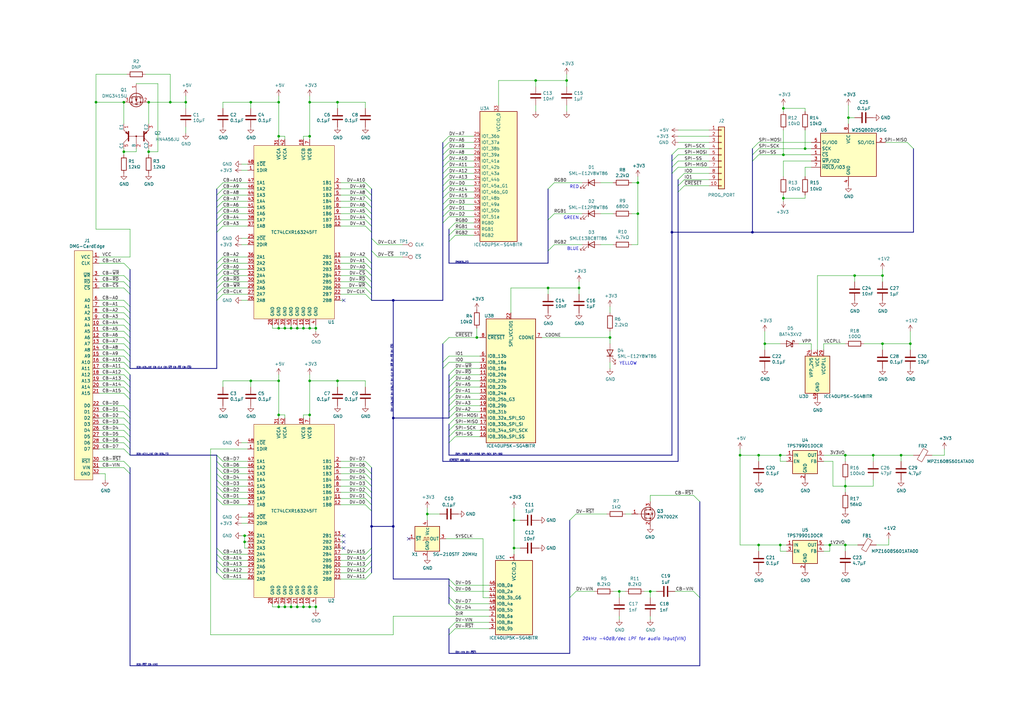
<source format=kicad_sch>
(kicad_sch (version 20211123) (generator eeschema)
  (paper "A3")
  (title_block (rev "B"))
  (junction (at 261.62 74.93))
  (junction (at 124.46 134.62))
  (junction (at 320.04 186.69))
  (junction (at 346.71 186.69))
  (junction (at 321.31 63.5))
  (junction (at 119.38 134.62))
  (junction (at 60.96 62.23))
  (junction (at 50.8 62.23))
  (junction (at 138.43 156.21))
  (junction (at 261.62 87.63))
  (junction (at 313.69 140.97))
  (junction (at 358.14 186.69))
  (junction (at 100.33 219.71))
  (junction (at 116.84 134.62))
  (junction (at 347.98 48.26))
  (junction (at 237.49 118.11))
  (junction (at 321.31 81.28))
  (junction (at 114.3 170.18))
  (junction (at 114.3 55.88))
  (junction (at 60.96 41.91))
  (junction (at 152.4 215.9))
  (junction (at 308.61 95.25))
  (junction (at 129.54 134.62))
  (junction (at 121.92 134.62))
  (junction (at 121.92 248.92))
  (junction (at 116.84 248.92))
  (junction (at 100.33 222.25))
  (junction (at 340.36 223.52))
  (junction (at 303.53 186.69))
  (junction (at 119.38 248.92))
  (junction (at 275.59 95.25))
  (junction (at 195.58 138.43))
  (junction (at 102.87 156.21))
  (junction (at 39.37 41.91))
  (junction (at 161.29 171.45))
  (junction (at 76.2 41.91))
  (junction (at 102.87 41.91))
  (junction (at 175.26 210.82))
  (junction (at 232.41 33.02))
  (junction (at 127 170.18))
  (junction (at 266.7 242.57))
  (junction (at 127 41.91))
  (junction (at 127 156.21))
  (junction (at 114.3 41.91))
  (junction (at 350.52 113.03))
  (junction (at 114.3 134.62))
  (junction (at 361.95 140.97))
  (junction (at 210.82 213.36))
  (junction (at 346.71 199.39))
  (junction (at 127 55.88))
  (junction (at 311.15 223.52))
  (junction (at 361.95 113.03))
  (junction (at 210.82 224.79))
  (junction (at 129.54 248.92))
  (junction (at 124.46 248.92))
  (junction (at 346.71 223.52))
  (junction (at 127 248.92))
  (junction (at 254 242.57))
  (junction (at 219.71 33.02))
  (junction (at 320.04 223.52))
  (junction (at 114.3 248.92))
  (junction (at 50.8 41.91))
  (junction (at 373.38 140.97))
  (junction (at 161.29 215.9))
  (junction (at 321.31 44.45))
  (junction (at 138.43 41.91))
  (junction (at 69.85 41.91))
  (junction (at 311.15 186.69))
  (junction (at 114.3 156.21))
  (junction (at 224.79 118.11))
  (junction (at 127 134.62))
  (junction (at 161.29 123.19))
  (junction (at 330.2 60.96))
  (junction (at 250.19 138.43))
  (junction (at 369.57 186.69))
  (no_connect (at 140.97 224.79))
  (no_connect (at 140.97 222.25))
  (no_connect (at 140.97 123.19))
  (no_connect (at 140.97 219.71))
  (no_connect (at 167.64 220.98))
  (bus_entry (at 224.79 90.17) (size 2.54 -2.54))
  (bus_entry (at 91.44 92.71) (size -2.54 2.54))
  (bus_entry (at 184.15 55.88) (size -2.54 2.54))
  (bus_entry (at 50.8 118.11) (size 2.54 2.54))
  (bus_entry (at 186.69 171.45) (size -2.54 2.54))
  (bus_entry (at 184.15 153.67) (size 2.54 -2.54))
  (bus_entry (at 91.44 189.23) (size -2.54 -2.54))
  (bus_entry (at 224.79 102.87) (size 2.54 -2.54))
  (bus_entry (at 91.44 107.95) (size -2.54 2.54))
  (bus_entry (at 184.15 86.36) (size -2.54 2.54))
  (bus_entry (at 50.8 123.19) (size 2.54 2.54))
  (bus_entry (at 50.8 135.89) (size 2.54 2.54))
  (bus_entry (at 149.86 85.09) (size 2.54 2.54))
  (bus_entry (at 181.61 83.82) (size 2.54 -2.54))
  (bus_entry (at 91.44 105.41) (size -2.54 2.54))
  (bus_entry (at 91.44 74.93) (size -2.54 2.54))
  (bus_entry (at 181.61 91.44) (size 2.54 -2.54))
  (bus_entry (at 50.8 173.99) (size 2.54 2.54))
  (bus_entry (at 91.44 204.47) (size -2.54 -2.54))
  (bus_entry (at 50.8 107.95) (size 2.54 2.54))
  (bus_entry (at 181.61 76.2) (size 2.54 -2.54))
  (bus_entry (at 91.44 237.49) (size -2.54 -2.54))
  (bus_entry (at 149.86 87.63) (size 2.54 2.54))
  (bus_entry (at 149.86 115.57) (size 2.54 2.54))
  (bus_entry (at 149.86 82.55) (size 2.54 2.54))
  (bus_entry (at 181.61 68.58) (size 2.54 -2.54))
  (bus_entry (at 50.8 125.73) (size 2.54 2.54))
  (bus_entry (at 278.13 73.66) (size 2.54 -2.54))
  (bus_entry (at 284.48 203.2) (size 2.54 2.54))
  (bus_entry (at 184.15 158.75) (size 2.54 -2.54))
  (bus_entry (at 184.15 161.29) (size 2.54 -2.54))
  (bus_entry (at 91.44 115.57) (size -2.54 2.54))
  (bus_entry (at 372.11 58.42) (size 2.54 2.54))
  (bus_entry (at 149.86 74.93) (size 2.54 2.54))
  (bus_entry (at 275.59 71.12) (size 2.54 -2.54))
  (bus_entry (at 50.8 184.15) (size 2.54 2.54))
  (bus_entry (at 50.8 138.43) (size 2.54 2.54))
  (bus_entry (at 184.15 99.06) (size 2.54 -2.54))
  (bus_entry (at 50.8 189.23) (size 2.54 2.54))
  (bus_entry (at 311.15 60.96) (size -2.54 2.54))
  (bus_entry (at 91.44 207.01) (size -2.54 -2.54))
  (bus_entry (at 278.13 76.2) (size 2.54 -2.54))
  (bus_entry (at 149.86 227.33) (size 2.54 -2.54))
  (bus_entry (at 149.86 232.41) (size 2.54 -2.54))
  (bus_entry (at 149.86 229.87) (size 2.54 -2.54))
  (bus_entry (at 149.86 234.95) (size 2.54 -2.54))
  (bus_entry (at 149.86 237.49) (size 2.54 -2.54))
  (bus_entry (at 149.86 194.31) (size 2.54 2.54))
  (bus_entry (at 149.86 196.85) (size 2.54 2.54))
  (bus_entry (at 149.86 199.39) (size 2.54 2.54))
  (bus_entry (at 149.86 201.93) (size 2.54 2.54))
  (bus_entry (at 149.86 191.77) (size 2.54 2.54))
  (bus_entry (at 149.86 189.23) (size 2.54 2.54))
  (bus_entry (at 149.86 207.01) (size 2.54 2.54))
  (bus_entry (at 149.86 204.47) (size 2.54 2.54))
  (bus_entry (at 284.48 242.57) (size 2.54 2.54))
  (bus_entry (at 91.44 196.85) (size -2.54 -2.54))
  (bus_entry (at 149.86 120.65) (size 2.54 2.54))
  (bus_entry (at 233.68 245.11) (size 2.54 -2.54))
  (bus_entry (at 184.15 78.74) (size -2.54 2.54))
  (bus_entry (at 50.8 130.81) (size 2.54 2.54))
  (bus_entry (at 149.86 118.11) (size 2.54 2.54))
  (bus_entry (at 91.44 110.49) (size -2.54 2.54))
  (bus_entry (at 149.86 92.71) (size 2.54 2.54))
  (bus_entry (at 91.44 199.39) (size -2.54 -2.54))
  (bus_entry (at 181.61 151.13) (size 2.54 -2.54))
  (bus_entry (at 278.13 66.04) (size -2.54 2.54))
  (bus_entry (at 149.86 90.17) (size 2.54 2.54))
  (bus_entry (at 184.15 71.12) (size -2.54 2.54))
  (bus_entry (at 50.8 140.97) (size 2.54 2.54))
  (bus_entry (at 181.61 140.97) (size 2.54 -2.54))
  (bus_entry (at 91.44 87.63) (size -2.54 2.54))
  (bus_entry (at 184.15 171.45) (size 2.54 -2.54))
  (bus_entry (at 91.44 232.41) (size -2.54 -2.54))
  (bus_entry (at 186.69 153.67) (size -2.54 2.54))
  (bus_entry (at 91.44 85.09) (size -2.54 2.54))
  (bus_entry (at 50.8 115.57) (size 2.54 2.54))
  (bus_entry (at 91.44 82.55) (size -2.54 2.54))
  (bus_entry (at 149.86 80.01) (size 2.54 2.54))
  (bus_entry (at 184.15 63.5) (size -2.54 2.54))
  (bus_entry (at 278.13 78.74) (size 2.54 -2.54))
  (bus_entry (at 50.8 168.91) (size 2.54 2.54))
  (bus_entry (at 233.68 213.36) (size 2.54 -2.54))
  (bus_entry (at 50.8 179.07) (size 2.54 2.54))
  (bus_entry (at 149.86 105.41) (size 2.54 2.54))
  (bus_entry (at 181.61 71.12) (size 2.54 -2.54))
  (bus_entry (at 186.69 161.29) (size -2.54 2.54))
  (bus_entry (at 50.8 128.27) (size 2.54 2.54))
  (bus_entry (at 50.8 171.45) (size 2.54 2.54))
  (bus_entry (at 50.8 161.29) (size 2.54 2.54))
  (bus_entry (at 91.44 227.33) (size -2.54 -2.54))
  (bus_entry (at 91.44 194.31) (size -2.54 -2.54))
  (bus_entry (at 149.86 77.47) (size 2.54 2.54))
  (bus_entry (at 311.15 63.5) (size -2.54 2.54))
  (bus_entry (at 184.15 237.49) (size 2.54 2.54))
  (bus_entry (at 184.15 240.03) (size 2.54 2.54))
  (bus_entry (at 184.15 260.35) (size 2.54 -2.54))
  (bus_entry (at 184.15 247.65) (size 2.54 2.54))
  (bus_entry (at 184.15 245.11) (size 2.54 2.54))
  (bus_entry (at 184.15 257.81) (size 2.54 -2.54))
  (bus_entry (at 184.15 96.52) (size 2.54 -2.54))
  (bus_entry (at 181.61 60.96) (size 2.54 -2.54))
  (bus_entry (at 91.44 80.01) (size -2.54 2.54))
  (bus_entry (at 50.8 146.05) (size 2.54 2.54))
  (bus_entry (at 181.61 86.36) (size 2.54 -2.54))
  (bus_entry (at 91.44 229.87) (size -2.54 -2.54))
  (bus_entry (at 152.4 102.87) (size 2.54 2.54))
  (bus_entry (at 149.86 113.03) (size 2.54 2.54))
  (bus_entry (at 50.8 153.67) (size 2.54 2.54))
  (bus_entry (at 149.86 110.49) (size 2.54 2.54))
  (bus_entry (at 224.79 77.47) (size 2.54 -2.54))
  (bus_entry (at 50.8 156.21) (size 2.54 2.54))
  (bus_entry (at 184.15 168.91) (size 2.54 -2.54))
  (bus_entry (at 181.61 63.5) (size 2.54 -2.54))
  (bus_entry (at 186.69 173.99) (size -2.54 2.54))
  (bus_entry (at 50.8 181.61) (size 2.54 2.54))
  (bus_entry (at 184.15 166.37) (size 2.54 -2.54))
  (bus_entry (at 149.86 107.95) (size 2.54 2.54))
  (bus_entry (at 91.44 234.95) (size -2.54 -2.54))
  (bus_entry (at 91.44 118.11) (size -2.54 2.54))
  (bus_entry (at 186.69 179.07) (size -2.54 2.54))
  (bus_entry (at 91.44 113.03) (size -2.54 2.54))
  (bus_entry (at 184.15 93.98) (size 2.54 -2.54))
  (bus_entry (at 50.8 113.03) (size 2.54 2.54))
  (bus_entry (at 152.4 97.79) (size 2.54 2.54))
  (bus_entry (at 91.44 77.47) (size -2.54 2.54))
  (bus_entry (at 181.61 78.74) (size 2.54 -2.54))
  (bus_entry (at 91.44 120.65) (size -2.54 2.54))
  (bus_entry (at 50.8 191.77) (size 2.54 2.54))
  (bus_entry (at 50.8 176.53) (size 2.54 2.54))
  (bus_entry (at 91.44 90.17) (size -2.54 2.54))
  (bus_entry (at 50.8 158.75) (size 2.54 2.54))
  (bus_entry (at 50.8 148.59) (size 2.54 2.54))
  (bus_entry (at 184.15 146.05) (size -2.54 2.54))
  (bus_entry (at 311.15 58.42) (size -2.54 2.54))
  (bus_entry (at 50.8 166.37) (size 2.54 2.54))
  (bus_entry (at 50.8 143.51) (size 2.54 2.54))
  (bus_entry (at 50.8 151.13) (size 2.54 2.54))
  (bus_entry (at 91.44 191.77) (size -2.54 -2.54))
  (bus_entry (at 50.8 133.35) (size 2.54 2.54))
  (bus_entry (at 278.13 63.5) (size -2.54 2.54))
  (bus_entry (at 91.44 201.93) (size -2.54 -2.54))
  (bus_entry (at 278.13 60.96) (size -2.54 2.54))
  (bus_entry (at 186.69 176.53) (size -2.54 2.54))
  (wire (pts (xy 139.7 85.09) (xy 149.86 85.09)))
  (bus (pts (xy 53.34 161.29) (xy 53.34 163.83)))
  (wire (pts (xy 321.31 81.28) (xy 321.31 82.55)))
  (wire (pts (xy 311.15 58.42) (xy 332.74 58.42)))
  (wire (pts (xy 346.71 189.23) (xy 346.71 186.69)))
  (wire (pts (xy 154.94 100.33) (xy 165.1 100.33)))
  (wire (pts (xy 40.64 161.29) (xy 50.8 161.29)))
  (bus (pts (xy 88.9 229.87) (xy 88.9 232.41)))
  (wire (pts (xy 219.71 33.02) (xy 219.71 35.56)))
  (bus (pts (xy 53.34 173.99) (xy 53.34 176.53)))
  (bus (pts (xy 53.34 110.49) (xy 53.34 115.57)))
  (wire (pts (xy 40.64 125.73) (xy 50.8 125.73)))
  (wire (pts (xy 261.62 100.33) (xy 259.08 100.33)))
  (wire (pts (xy 124.46 55.88) (xy 127 55.88)))
  (wire (pts (xy 321.31 44.45) (xy 330.2 44.45)))
  (wire (pts (xy 139.7 191.77) (xy 149.86 191.77)))
  (bus (pts (xy 308.61 95.25) (xy 374.65 95.25)))
  (wire (pts (xy 186.69 179.07) (xy 196.85 179.07)))
  (wire (pts (xy 210.82 224.79) (xy 210.82 227.33)))
  (wire (pts (xy 321.31 45.72) (xy 321.31 44.45)))
  (wire (pts (xy 232.41 43.18) (xy 232.41 45.72)))
  (bus (pts (xy 88.9 186.69) (xy 88.9 189.23)))
  (wire (pts (xy 194.31 83.82) (xy 184.15 83.82)))
  (bus (pts (xy 152.4 215.9) (xy 161.29 215.9)))
  (wire (pts (xy 129.54 134.62) (xy 129.54 135.89)))
  (wire (pts (xy 361.95 140.97) (xy 361.95 143.51)))
  (wire (pts (xy 194.31 73.66) (xy 184.15 73.66)))
  (wire (pts (xy 116.84 170.18) (xy 116.84 171.45)))
  (bus (pts (xy 184.15 186.69) (xy 275.59 186.69)))
  (bus (pts (xy 53.34 156.21) (xy 53.34 158.75)))
  (wire (pts (xy 139.7 82.55) (xy 149.86 82.55)))
  (bus (pts (xy 88.9 120.65) (xy 88.9 123.19)))
  (bus (pts (xy 184.15 260.35) (xy 184.15 267.97)))
  (wire (pts (xy 311.15 223.52) (xy 311.15 226.06)))
  (wire (pts (xy 91.44 90.17) (xy 101.6 90.17)))
  (wire (pts (xy 91.44 87.63) (xy 101.6 87.63)))
  (wire (pts (xy 91.44 196.85) (xy 101.6 196.85)))
  (wire (pts (xy 139.7 80.01) (xy 149.86 80.01)))
  (bus (pts (xy 88.9 87.63) (xy 88.9 90.17)))
  (bus (pts (xy 161.29 123.19) (xy 152.4 123.19)))
  (wire (pts (xy 127 170.18) (xy 127 156.21)))
  (wire (pts (xy 121.92 134.62) (xy 119.38 134.62)))
  (wire (pts (xy 373.38 140.97) (xy 373.38 143.51)))
  (wire (pts (xy 124.46 133.35) (xy 124.46 134.62)))
  (wire (pts (xy 55.88 62.23) (xy 50.8 62.23)))
  (wire (pts (xy 364.49 220.98) (xy 364.49 223.52)))
  (wire (pts (xy 350.52 113.03) (xy 361.95 113.03)))
  (wire (pts (xy 91.44 199.39) (xy 101.6 199.39)))
  (bus (pts (xy 184.15 240.03) (xy 184.15 245.11)))
  (wire (pts (xy 39.37 41.91) (xy 50.8 41.91)))
  (wire (pts (xy 341.63 189.23) (xy 337.82 189.23)))
  (wire (pts (xy 251.46 74.93) (xy 246.38 74.93)))
  (wire (pts (xy 290.83 73.66) (xy 280.67 73.66)))
  (wire (pts (xy 361.95 110.49) (xy 361.95 113.03)))
  (wire (pts (xy 238.76 100.33) (xy 227.33 100.33)))
  (wire (pts (xy 278.13 55.88) (xy 290.83 55.88)))
  (wire (pts (xy 194.31 91.44) (xy 186.69 91.44)))
  (wire (pts (xy 101.6 224.79) (xy 100.33 224.79)))
  (wire (pts (xy 40.64 133.35) (xy 50.8 133.35)))
  (wire (pts (xy 186.69 171.45) (xy 196.85 171.45)))
  (bus (pts (xy 88.9 204.47) (xy 88.9 224.79)))
  (wire (pts (xy 102.87 41.91) (xy 114.3 41.91)))
  (wire (pts (xy 116.84 247.65) (xy 116.84 248.92)))
  (wire (pts (xy 40.64 181.61) (xy 50.8 181.61)))
  (wire (pts (xy 91.44 156.21) (xy 91.44 158.75)))
  (bus (pts (xy 88.9 123.19) (xy 88.9 151.13)))
  (wire (pts (xy 40.64 146.05) (xy 50.8 146.05)))
  (wire (pts (xy 139.7 107.95) (xy 149.86 107.95)))
  (bus (pts (xy 184.15 158.75) (xy 184.15 161.29)))
  (wire (pts (xy 91.44 204.47) (xy 101.6 204.47)))
  (bus (pts (xy 88.9 151.13) (xy 53.34 151.13)))
  (wire (pts (xy 350.52 113.03) (xy 350.52 115.57)))
  (wire (pts (xy 91.44 207.01) (xy 101.6 207.01)))
  (wire (pts (xy 99.06 69.85) (xy 101.6 69.85)))
  (bus (pts (xy 53.34 118.11) (xy 53.34 120.65)))
  (bus (pts (xy 181.61 81.28) (xy 181.61 83.82)))
  (wire (pts (xy 91.44 110.49) (xy 101.6 110.49)))
  (bus (pts (xy 88.9 118.11) (xy 88.9 120.65)))
  (wire (pts (xy 175.26 210.82) (xy 175.26 213.36)))
  (wire (pts (xy 369.57 186.69) (xy 374.65 186.69)))
  (bus (pts (xy 184.15 257.81) (xy 184.15 260.35)))
  (wire (pts (xy 198.12 220.98) (xy 198.12 245.11)))
  (wire (pts (xy 139.7 189.23) (xy 149.86 189.23)))
  (wire (pts (xy 330.2 81.28) (xy 330.2 80.01)))
  (wire (pts (xy 194.31 78.74) (xy 184.15 78.74)))
  (wire (pts (xy 40.64 107.95) (xy 50.8 107.95)))
  (wire (pts (xy 194.31 55.88) (xy 184.15 55.88)))
  (wire (pts (xy 358.14 199.39) (xy 358.14 196.85)))
  (wire (pts (xy 91.44 41.91) (xy 102.87 41.91)))
  (wire (pts (xy 346.71 223.52) (xy 351.79 223.52)))
  (wire (pts (xy 91.44 74.93) (xy 101.6 74.93)))
  (bus (pts (xy 152.4 107.95) (xy 152.4 110.49)))
  (wire (pts (xy 210.82 224.79) (xy 213.36 224.79)))
  (wire (pts (xy 340.36 226.06) (xy 340.36 223.52)))
  (bus (pts (xy 152.4 194.31) (xy 152.4 196.85)))
  (wire (pts (xy 359.41 223.52) (xy 364.49 223.52)))
  (wire (pts (xy 127 248.92) (xy 124.46 248.92)))
  (bus (pts (xy 278.13 76.2) (xy 278.13 78.74)))
  (wire (pts (xy 266.7 242.57) (xy 266.7 245.11)))
  (wire (pts (xy 222.25 138.43) (xy 250.19 138.43)))
  (wire (pts (xy 196.85 151.13) (xy 186.69 151.13)))
  (bus (pts (xy 224.79 90.17) (xy 224.79 102.87)))
  (wire (pts (xy 124.46 248.92) (xy 121.92 248.92)))
  (wire (pts (xy 40.64 130.81) (xy 50.8 130.81)))
  (wire (pts (xy 139.7 77.47) (xy 149.86 77.47)))
  (bus (pts (xy 152.4 115.57) (xy 152.4 118.11)))
  (wire (pts (xy 194.31 58.42) (xy 184.15 58.42)))
  (bus (pts (xy 152.4 82.55) (xy 152.4 85.09)))
  (wire (pts (xy 140.97 222.25) (xy 139.7 222.25)))
  (wire (pts (xy 55.88 34.29) (xy 64.77 34.29)))
  (bus (pts (xy 152.4 113.03) (xy 152.4 115.57)))
  (bus (pts (xy 53.34 140.97) (xy 53.34 143.51)))
  (wire (pts (xy 60.96 62.23) (xy 60.96 63.5)))
  (bus (pts (xy 88.9 92.71) (xy 88.9 95.25)))
  (bus (pts (xy 275.59 68.58) (xy 275.59 71.12)))
  (wire (pts (xy 138.43 41.91) (xy 149.86 41.91)))
  (bus (pts (xy 181.61 63.5) (xy 181.61 66.04)))
  (wire (pts (xy 40.64 123.19) (xy 50.8 123.19)))
  (wire (pts (xy 140.97 224.79) (xy 139.7 224.79)))
  (wire (pts (xy 139.7 196.85) (xy 149.86 196.85)))
  (wire (pts (xy 91.44 234.95) (xy 101.6 234.95)))
  (wire (pts (xy 55.88 60.96) (xy 55.88 62.23)))
  (wire (pts (xy 322.58 189.23) (xy 320.04 189.23)))
  (wire (pts (xy 387.35 184.15) (xy 387.35 186.69)))
  (wire (pts (xy 124.46 134.62) (xy 121.92 134.62)))
  (wire (pts (xy 116.84 55.88) (xy 116.84 57.15)))
  (wire (pts (xy 278.13 60.96) (xy 290.83 60.96)))
  (wire (pts (xy 121.92 248.92) (xy 119.38 248.92)))
  (bus (pts (xy 152.4 85.09) (xy 152.4 87.63)))
  (bus (pts (xy 152.4 110.49) (xy 152.4 113.03)))
  (bus (pts (xy 53.34 194.31) (xy 53.34 273.05)))
  (wire (pts (xy 91.44 118.11) (xy 101.6 118.11)))
  (wire (pts (xy 251.46 100.33) (xy 246.38 100.33)))
  (wire (pts (xy 91.44 237.49) (xy 101.6 237.49)))
  (wire (pts (xy 60.96 41.91) (xy 69.85 41.91)))
  (bus (pts (xy 152.4 227.33) (xy 152.4 224.79)))
  (wire (pts (xy 91.44 92.71) (xy 101.6 92.71)))
  (wire (pts (xy 154.94 105.41) (xy 165.1 105.41)))
  (wire (pts (xy 224.79 118.11) (xy 224.79 120.65)))
  (bus (pts (xy 181.61 58.42) (xy 181.61 60.96)))
  (bus (pts (xy 88.9 189.23) (xy 88.9 191.77)))
  (wire (pts (xy 387.35 186.69) (xy 382.27 186.69)))
  (wire (pts (xy 194.31 60.96) (xy 184.15 60.96)))
  (bus (pts (xy 287.02 245.11) (xy 287.02 273.05)))
  (bus (pts (xy 308.61 60.96) (xy 308.61 63.5)))
  (bus (pts (xy 152.4 207.01) (xy 152.4 209.55)))
  (wire (pts (xy 200.66 257.81) (xy 186.69 257.81)))
  (bus (pts (xy 53.34 135.89) (xy 53.34 138.43)))
  (wire (pts (xy 50.8 41.91) (xy 50.8 50.8)))
  (wire (pts (xy 209.55 118.11) (xy 224.79 118.11)))
  (wire (pts (xy 194.31 96.52) (xy 186.69 96.52)))
  (bus (pts (xy 161.29 171.45) (xy 184.15 171.45)))
  (wire (pts (xy 330.2 53.34) (xy 330.2 60.96)))
  (wire (pts (xy 278.13 63.5) (xy 290.83 63.5)))
  (wire (pts (xy 196.85 161.29) (xy 186.69 161.29)))
  (wire (pts (xy 290.83 53.34) (xy 278.13 53.34)))
  (bus (pts (xy 88.9 77.47) (xy 88.9 80.01)))
  (wire (pts (xy 327.66 140.97) (xy 332.74 140.97)))
  (wire (pts (xy 200.66 240.03) (xy 186.69 240.03)))
  (bus (pts (xy 152.4 196.85) (xy 152.4 199.39)))
  (wire (pts (xy 341.63 199.39) (xy 341.63 189.23)))
  (wire (pts (xy 40.64 156.21) (xy 50.8 156.21)))
  (wire (pts (xy 232.41 33.02) (xy 232.41 35.56)))
  (bus (pts (xy 152.4 118.11) (xy 152.4 120.65)))
  (wire (pts (xy 99.06 123.19) (xy 101.6 123.19)))
  (wire (pts (xy 86.36 184.15) (xy 86.36 260.35)))
  (wire (pts (xy 139.7 234.95) (xy 149.86 234.95)))
  (wire (pts (xy 184.15 148.59) (xy 196.85 148.59)))
  (wire (pts (xy 347.98 43.18) (xy 347.98 48.26)))
  (wire (pts (xy 194.31 71.12) (xy 184.15 71.12)))
  (wire (pts (xy 91.44 80.01) (xy 101.6 80.01)))
  (wire (pts (xy 330.2 68.58) (xy 330.2 72.39)))
  (bus (pts (xy 184.15 99.06) (xy 184.15 107.95)))
  (wire (pts (xy 139.7 204.47) (xy 149.86 204.47)))
  (wire (pts (xy 182.88 220.98) (xy 198.12 220.98)))
  (bus (pts (xy 53.34 163.83) (xy 53.34 168.91)))
  (wire (pts (xy 346.71 223.52) (xy 346.71 226.06)))
  (bus (pts (xy 181.61 83.82) (xy 181.61 86.36)))
  (bus (pts (xy 233.68 213.36) (xy 233.68 245.11)))
  (wire (pts (xy 116.84 170.18) (xy 114.3 170.18)))
  (wire (pts (xy 127 39.37) (xy 127 41.91)))
  (wire (pts (xy 337.82 226.06) (xy 340.36 226.06)))
  (wire (pts (xy 139.7 207.01) (xy 149.86 207.01)))
  (wire (pts (xy 346.71 199.39) (xy 358.14 199.39)))
  (wire (pts (xy 321.31 81.28) (xy 330.2 81.28)))
  (wire (pts (xy 224.79 118.11) (xy 237.49 118.11)))
  (bus (pts (xy 184.15 96.52) (xy 184.15 99.06)))
  (wire (pts (xy 111.76 248.92) (xy 111.76 247.65)))
  (wire (pts (xy 196.85 168.91) (xy 186.69 168.91)))
  (wire (pts (xy 266.7 242.57) (xy 269.24 242.57)))
  (wire (pts (xy 139.7 113.03) (xy 149.86 113.03)))
  (wire (pts (xy 210.82 213.36) (xy 213.36 213.36)))
  (wire (pts (xy 361.95 113.03) (xy 361.95 115.57)))
  (wire (pts (xy 91.44 82.55) (xy 101.6 82.55)))
  (wire (pts (xy 278.13 58.42) (xy 290.83 58.42)))
  (wire (pts (xy 278.13 68.58) (xy 290.83 68.58)))
  (wire (pts (xy 346.71 196.85) (xy 346.71 199.39)))
  (bus (pts (xy 53.34 115.57) (xy 53.34 118.11)))
  (bus (pts (xy 152.4 77.47) (xy 152.4 80.01)))
  (wire (pts (xy 311.15 223.52) (xy 303.53 223.52)))
  (bus (pts (xy 184.15 176.53) (xy 184.15 179.07)))
  (bus (pts (xy 308.61 66.04) (xy 308.61 95.25)))
  (wire (pts (xy 127 41.91) (xy 138.43 41.91)))
  (wire (pts (xy 139.7 237.49) (xy 149.86 237.49)))
  (wire (pts (xy 114.3 170.18) (xy 114.3 171.45)))
  (wire (pts (xy 116.84 133.35) (xy 116.84 134.62)))
  (wire (pts (xy 313.69 140.97) (xy 320.04 140.97)))
  (wire (pts (xy 139.7 105.41) (xy 149.86 105.41)))
  (bus (pts (xy 181.61 60.96) (xy 181.61 63.5)))
  (wire (pts (xy 251.46 87.63) (xy 246.38 87.63)))
  (wire (pts (xy 311.15 186.69) (xy 320.04 186.69)))
  (wire (pts (xy 320.04 223.52) (xy 311.15 223.52)))
  (bus (pts (xy 53.34 181.61) (xy 53.34 184.15)))
  (bus (pts (xy 152.4 229.87) (xy 152.4 227.33)))
  (wire (pts (xy 50.8 62.23) (xy 50.8 63.5)))
  (bus (pts (xy 184.15 245.11) (xy 184.15 247.65)))
  (wire (pts (xy 39.37 93.98) (xy 39.37 41.91)))
  (bus (pts (xy 152.4 90.17) (xy 152.4 92.71)))
  (bus (pts (xy 374.65 60.96) (xy 374.65 95.25)))
  (bus (pts (xy 181.61 71.12) (xy 181.61 73.66)))
  (wire (pts (xy 138.43 41.91) (xy 138.43 44.45)))
  (wire (pts (xy 276.86 242.57) (xy 284.48 242.57)))
  (wire (pts (xy 43.18 194.31) (xy 43.18 196.85)))
  (wire (pts (xy 175.26 210.82) (xy 180.34 210.82)))
  (wire (pts (xy 250.19 125.73) (xy 250.19 128.27)))
  (wire (pts (xy 116.84 134.62) (xy 114.3 134.62)))
  (bus (pts (xy 88.9 186.69) (xy 53.34 186.69)))
  (wire (pts (xy 114.3 153.67) (xy 114.3 156.21)))
  (wire (pts (xy 196.85 166.37) (xy 186.69 166.37)))
  (wire (pts (xy 124.46 247.65) (xy 124.46 248.92)))
  (wire (pts (xy 127 55.88) (xy 127 41.91)))
  (bus (pts (xy 152.4 204.47) (xy 152.4 207.01)))
  (bus (pts (xy 184.15 240.03) (xy 184.15 237.49)))
  (wire (pts (xy 219.71 33.02) (xy 232.41 33.02)))
  (wire (pts (xy 40.64 153.67) (xy 50.8 153.67)))
  (wire (pts (xy 76.2 41.91) (xy 76.2 44.45)))
  (wire (pts (xy 210.82 208.28) (xy 210.82 213.36)))
  (wire (pts (xy 39.37 30.48) (xy 39.37 41.91)))
  (wire (pts (xy 232.41 30.48) (xy 232.41 33.02)))
  (bus (pts (xy 53.34 176.53) (xy 53.34 179.07)))
  (wire (pts (xy 119.38 134.62) (xy 116.84 134.62)))
  (wire (pts (xy 200.66 250.19) (xy 186.69 250.19)))
  (wire (pts (xy 347.98 48.26) (xy 350.52 48.26)))
  (bus (pts (xy 53.34 148.59) (xy 53.34 151.13)))
  (bus (pts (xy 152.4 191.77) (xy 152.4 194.31)))
  (wire (pts (xy 119.38 248.92) (xy 116.84 248.92)))
  (bus (pts (xy 88.9 82.55) (xy 88.9 85.09)))
  (wire (pts (xy 321.31 66.04) (xy 332.74 66.04)))
  (bus (pts (xy 53.34 138.43) (xy 53.34 140.97)))
  (bus (pts (xy 88.9 201.93) (xy 88.9 204.47)))
  (bus (pts (xy 184.15 156.21) (xy 184.15 158.75)))
  (wire (pts (xy 198.12 245.11) (xy 200.66 245.11)))
  (wire (pts (xy 40.64 151.13) (xy 50.8 151.13)))
  (bus (pts (xy 278.13 73.66) (xy 278.13 76.2)))
  (bus (pts (xy 88.9 110.49) (xy 88.9 113.03)))
  (bus (pts (xy 53.34 128.27) (xy 53.34 130.81)))
  (wire (pts (xy 139.7 87.63) (xy 149.86 87.63)))
  (wire (pts (xy 127 153.67) (xy 127 156.21)))
  (bus (pts (xy 152.4 92.71) (xy 152.4 95.25)))
  (bus (pts (xy 184.15 163.83) (xy 184.15 166.37)))
  (wire (pts (xy 346.71 199.39) (xy 346.71 201.93)))
  (wire (pts (xy 114.3 247.65) (xy 114.3 248.92)))
  (bus (pts (xy 53.34 146.05) (xy 53.34 148.59)))
  (wire (pts (xy 140.97 219.71) (xy 139.7 219.71)))
  (bus (pts (xy 88.9 224.79) (xy 88.9 227.33)))
  (wire (pts (xy 100.33 219.71) (xy 100.33 222.25)))
  (wire (pts (xy 140.97 123.19) (xy 139.7 123.19)))
  (wire (pts (xy 99.06 214.63) (xy 101.6 214.63)))
  (wire (pts (xy 313.69 140.97) (xy 313.69 143.51)))
  (wire (pts (xy 259.08 210.82) (xy 256.54 210.82)))
  (wire (pts (xy 139.7 120.65) (xy 149.86 120.65)))
  (bus (pts (xy 53.34 153.67) (xy 53.34 156.21)))
  (wire (pts (xy 40.64 194.31) (xy 43.18 194.31)))
  (wire (pts (xy 102.87 156.21) (xy 102.87 158.75)))
  (wire (pts (xy 194.31 93.98) (xy 186.69 93.98)))
  (wire (pts (xy 52.07 30.48) (xy 39.37 30.48)))
  (wire (pts (xy 40.64 158.75) (xy 50.8 158.75)))
  (bus (pts (xy 152.4 215.9) (xy 152.4 224.79)))
  (wire (pts (xy 194.31 63.5) (xy 184.15 63.5)))
  (wire (pts (xy 129.54 248.92) (xy 127 248.92)))
  (bus (pts (xy 278.13 78.74) (xy 278.13 189.23)))
  (wire (pts (xy 76.2 39.37) (xy 76.2 41.91)))
  (wire (pts (xy 40.64 171.45) (xy 50.8 171.45)))
  (wire (pts (xy 91.44 189.23) (xy 101.6 189.23)))
  (wire (pts (xy 194.31 68.58) (xy 184.15 68.58)))
  (wire (pts (xy 254 254) (xy 254 252.73)))
  (wire (pts (xy 124.46 170.18) (xy 127 170.18)))
  (wire (pts (xy 129.54 247.65) (xy 129.54 248.92)))
  (wire (pts (xy 346.71 199.39) (xy 341.63 199.39)))
  (wire (pts (xy 161.29 252.73) (xy 200.66 252.73)))
  (wire (pts (xy 99.06 100.33) (xy 101.6 100.33)))
  (wire (pts (xy 139.7 118.11) (xy 149.86 118.11)))
  (wire (pts (xy 91.44 107.95) (xy 101.6 107.95)))
  (wire (pts (xy 254 242.57) (xy 256.54 242.57)))
  (wire (pts (xy 250.19 138.43) (xy 250.19 140.97)))
  (wire (pts (xy 91.44 156.21) (xy 102.87 156.21)))
  (wire (pts (xy 64.77 34.29) (xy 64.77 62.23)))
  (wire (pts (xy 91.44 113.03) (xy 101.6 113.03)))
  (bus (pts (xy 152.4 209.55) (xy 152.4 215.9)))
  (wire (pts (xy 332.74 140.97) (xy 332.74 143.51)))
  (wire (pts (xy 40.64 105.41) (xy 53.34 105.41)))
  (bus (pts (xy 181.61 78.74) (xy 181.61 81.28)))
  (wire (pts (xy 138.43 156.21) (xy 149.86 156.21)))
  (bus (pts (xy 275.59 95.25) (xy 275.59 186.69)))
  (wire (pts (xy 321.31 53.34) (xy 321.31 63.5)))
  (wire (pts (xy 358.14 186.69) (xy 369.57 186.69)))
  (wire (pts (xy 40.64 184.15) (xy 50.8 184.15)))
  (wire (pts (xy 311.15 63.5) (xy 321.31 63.5)))
  (bus (pts (xy 181.61 68.58) (xy 181.61 71.12)))
  (bus (pts (xy 88.9 113.03) (xy 88.9 115.57)))
  (wire (pts (xy 114.3 41.91) (xy 114.3 55.88)))
  (wire (pts (xy 340.36 223.52) (xy 346.71 223.52)))
  (bus (pts (xy 181.61 140.97) (xy 181.61 148.59)))
  (wire (pts (xy 196.85 156.21) (xy 186.69 156.21)))
  (wire (pts (xy 280.67 76.2) (xy 290.83 76.2)))
  (wire (pts (xy 251.46 242.57) (xy 254 242.57)))
  (wire (pts (xy 53.34 105.41) (xy 53.34 93.98)))
  (wire (pts (xy 40.64 135.89) (xy 50.8 135.89)))
  (wire (pts (xy 320.04 189.23) (xy 320.04 186.69)))
  (wire (pts (xy 102.87 156.21) (xy 114.3 156.21)))
  (bus (pts (xy 161.29 171.45) (xy 161.29 215.9)))
  (bus (pts (xy 152.4 120.65) (xy 152.4 123.19)))
  (wire (pts (xy 139.7 199.39) (xy 149.86 199.39)))
  (wire (pts (xy 186.69 173.99) (xy 196.85 173.99)))
  (wire (pts (xy 303.53 184.15) (xy 303.53 186.69)))
  (wire (pts (xy 266.7 203.2) (xy 284.48 203.2)))
  (wire (pts (xy 114.3 55.88) (xy 114.3 57.15)))
  (wire (pts (xy 121.92 247.65) (xy 121.92 248.92)))
  (wire (pts (xy 139.7 194.31) (xy 149.86 194.31)))
  (wire (pts (xy 280.67 71.12) (xy 290.83 71.12)))
  (wire (pts (xy 236.22 242.57) (xy 243.84 242.57)))
  (wire (pts (xy 337.82 140.97) (xy 337.82 143.51)))
  (bus (pts (xy 181.61 86.36) (xy 181.61 88.9)))
  (wire (pts (xy 127 156.21) (xy 138.43 156.21)))
  (wire (pts (xy 361.95 140.97) (xy 373.38 140.97)))
  (bus (pts (xy 53.34 133.35) (xy 53.34 135.89)))
  (wire (pts (xy 69.85 41.91) (xy 76.2 41.91)))
  (wire (pts (xy 149.86 41.91) (xy 149.86 44.45)))
  (bus (pts (xy 308.61 63.5) (xy 308.61 66.04)))
  (bus (pts (xy 161.29 237.49) (xy 184.15 237.49)))
  (wire (pts (xy 186.69 242.57) (xy 200.66 242.57)))
  (wire (pts (xy 313.69 135.89) (xy 313.69 140.97)))
  (bus (pts (xy 53.34 158.75) (xy 53.34 161.29)))
  (wire (pts (xy 373.38 135.89) (xy 373.38 140.97)))
  (wire (pts (xy 64.77 62.23) (xy 60.96 62.23)))
  (wire (pts (xy 40.64 140.97) (xy 50.8 140.97)))
  (bus (pts (xy 53.34 171.45) (xy 53.34 173.99)))
  (wire (pts (xy 321.31 63.5) (xy 332.74 63.5)))
  (wire (pts (xy 369.57 186.69) (xy 369.57 189.23)))
  (bus (pts (xy 161.29 123.19) (xy 161.29 171.45)))
  (wire (pts (xy 129.54 248.92) (xy 129.54 250.19)))
  (bus (pts (xy 184.15 267.97) (xy 233.68 267.97)))
  (wire (pts (xy 50.8 60.96) (xy 50.8 62.23)))
  (wire (pts (xy 261.62 87.63) (xy 259.08 87.63)))
  (wire (pts (xy 139.7 115.57) (xy 149.86 115.57)))
  (wire (pts (xy 321.31 80.01) (xy 321.31 81.28)))
  (bus (pts (xy 88.9 80.01) (xy 88.9 82.55)))
  (bus (pts (xy 224.79 77.47) (xy 224.79 90.17)))
  (wire (pts (xy 127 55.88) (xy 127 57.15)))
  (wire (pts (xy 261.62 74.93) (xy 261.62 87.63)))
  (bus (pts (xy 275.59 95.25) (xy 308.61 95.25)))
  (wire (pts (xy 139.7 227.33) (xy 149.86 227.33)))
  (wire (pts (xy 99.06 219.71) (xy 100.33 219.71)))
  (wire (pts (xy 194.31 81.28) (xy 184.15 81.28)))
  (bus (pts (xy 152.4 87.63) (xy 152.4 90.17)))
  (wire (pts (xy 196.85 158.75) (xy 186.69 158.75)))
  (wire (pts (xy 337.82 140.97) (xy 346.71 140.97)))
  (bus (pts (xy 287.02 273.05) (xy 53.34 273.05)))
  (wire (pts (xy 139.7 110.49) (xy 149.86 110.49)))
  (wire (pts (xy 91.44 229.87) (xy 101.6 229.87)))
  (wire (pts (xy 303.53 223.52) (xy 303.53 186.69)))
  (wire (pts (xy 40.64 138.43) (xy 50.8 138.43)))
  (bus (pts (xy 184.15 93.98) (xy 184.15 96.52)))
  (wire (pts (xy 237.49 115.57) (xy 237.49 118.11)))
  (wire (pts (xy 149.86 156.21) (xy 149.86 158.75)))
  (bus (pts (xy 275.59 66.04) (xy 275.59 68.58)))
  (bus (pts (xy 184.15 161.29) (xy 184.15 163.83)))
  (bus (pts (xy 152.4 95.25) (xy 152.4 97.79)))
  (wire (pts (xy 358.14 189.23) (xy 358.14 186.69)))
  (bus (pts (xy 152.4 232.41) (xy 152.4 234.95)))
  (wire (pts (xy 127 133.35) (xy 127 134.62)))
  (wire (pts (xy 91.44 115.57) (xy 101.6 115.57)))
  (bus (pts (xy 224.79 107.95) (xy 184.15 107.95)))
  (wire (pts (xy 250.19 135.89) (xy 250.19 138.43)))
  (wire (pts (xy 40.64 168.91) (xy 50.8 168.91)))
  (wire (pts (xy 195.58 138.43) (xy 196.85 138.43)))
  (bus (pts (xy 181.61 76.2) (xy 181.61 78.74)))
  (wire (pts (xy 91.44 120.65) (xy 101.6 120.65)))
  (bus (pts (xy 181.61 66.04) (xy 181.61 68.58)))
  (wire (pts (xy 264.16 242.57) (xy 266.7 242.57)))
  (wire (pts (xy 119.38 133.35) (xy 119.38 134.62)))
  (wire (pts (xy 337.82 186.69) (xy 346.71 186.69)))
  (bus (pts (xy 181.61 148.59) (xy 181.61 151.13)))
  (wire (pts (xy 196.85 153.67) (xy 186.69 153.67)))
  (wire (pts (xy 114.3 248.92) (xy 111.76 248.92)))
  (wire (pts (xy 91.44 232.41) (xy 101.6 232.41)))
  (wire (pts (xy 332.74 68.58) (xy 330.2 68.58)))
  (wire (pts (xy 322.58 226.06) (xy 320.04 226.06)))
  (bus (pts (xy 152.4 97.79) (xy 152.4 102.87)))
  (wire (pts (xy 40.64 113.03) (xy 50.8 113.03)))
  (wire (pts (xy 59.69 30.48) (xy 69.85 30.48)))
  (wire (pts (xy 209.55 118.11) (xy 209.55 128.27)))
  (bus (pts (xy 88.9 115.57) (xy 88.9 118.11)))
  (wire (pts (xy 340.36 223.52) (xy 337.82 223.52)))
  (bus (pts (xy 184.15 179.07) (xy 184.15 181.61)))
  (bus (pts (xy 224.79 102.87) (xy 224.79 107.95)))
  (wire (pts (xy 354.33 140.97) (xy 361.95 140.97)))
  (bus (pts (xy 53.34 120.65) (xy 53.34 125.73)))
  (wire (pts (xy 194.31 66.04) (xy 184.15 66.04)))
  (wire (pts (xy 210.82 213.36) (xy 210.82 224.79)))
  (wire (pts (xy 99.06 97.79) (xy 101.6 97.79)))
  (wire (pts (xy 139.7 232.41) (xy 149.86 232.41)))
  (wire (pts (xy 129.54 134.62) (xy 127 134.62)))
  (wire (pts (xy 261.62 72.39) (xy 261.62 74.93)))
  (wire (pts (xy 139.7 92.71) (xy 149.86 92.71)))
  (wire (pts (xy 124.46 170.18) (xy 124.46 171.45)))
  (bus (pts (xy 53.34 191.77) (xy 53.34 194.31)))
  (wire (pts (xy 119.38 247.65) (xy 119.38 248.92)))
  (wire (pts (xy 311.15 60.96) (xy 330.2 60.96)))
  (bus (pts (xy 161.29 215.9) (xy 161.29 237.49)))
  (wire (pts (xy 330.2 45.72) (xy 330.2 44.45)))
  (wire (pts (xy 76.2 52.07) (xy 76.2 54.61)))
  (wire (pts (xy 347.98 48.26) (xy 347.98 50.8)))
  (wire (pts (xy 101.6 184.15) (xy 86.36 184.15)))
  (wire (pts (xy 204.47 43.18) (xy 204.47 33.02)))
  (wire (pts (xy 161.29 252.73) (xy 161.29 260.35)))
  (wire (pts (xy 116.84 248.92) (xy 114.3 248.92)))
  (wire (pts (xy 321.31 66.04) (xy 321.31 72.39)))
  (wire (pts (xy 60.96 60.96) (xy 60.96 62.23)))
  (bus (pts (xy 152.4 229.87) (xy 152.4 232.41)))
  (wire (pts (xy 250.19 148.59) (xy 250.19 151.13)))
  (wire (pts (xy 91.44 77.47) (xy 101.6 77.47)))
  (wire (pts (xy 184.15 138.43) (xy 195.58 138.43)))
  (wire (pts (xy 138.43 156.21) (xy 138.43 158.75)))
  (bus (pts (xy 184.15 173.99) (xy 184.15 176.53)))
  (wire (pts (xy 204.47 33.02) (xy 219.71 33.02)))
  (wire (pts (xy 127 170.18) (xy 127 171.45)))
  (wire (pts (xy 139.7 90.17) (xy 149.86 90.17)))
  (wire (pts (xy 99.06 67.31) (xy 101.6 67.31)))
  (wire (pts (xy 278.13 66.04) (xy 290.83 66.04)))
  (wire (pts (xy 194.31 88.9) (xy 184.15 88.9)))
  (wire (pts (xy 111.76 134.62) (xy 111.76 133.35)))
  (wire (pts (xy 184.15 146.05) (xy 196.85 146.05)))
  (bus (pts (xy 88.9 191.77) (xy 88.9 194.31)))
  (wire (pts (xy 102.87 41.91) (xy 102.87 44.45)))
  (wire (pts (xy 69.85 30.48) (xy 69.85 41.91)))
  (bus (pts (xy 275.59 71.12) (xy 275.59 95.25)))
  (wire (pts (xy 186.69 176.53) (xy 196.85 176.53)))
  (wire (pts (xy 335.28 113.03) (xy 335.28 143.51)))
  (wire (pts (xy 237.49 118.11) (xy 237.49 120.65)))
  (wire (pts (xy 335.28 113.03) (xy 350.52 113.03)))
  (wire (pts (xy 161.29 260.35) (xy 86.36 260.35)))
  (bus (pts (xy 275.59 63.5) (xy 275.59 66.04)))
  (bus (pts (xy 53.34 168.91) (xy 53.34 171.45)))
  (wire (pts (xy 139.7 74.93) (xy 149.86 74.93)))
  (bus (pts (xy 53.34 143.51) (xy 53.34 146.05)))
  (wire (pts (xy 320.04 186.69) (xy 322.58 186.69)))
  (wire (pts (xy 91.44 105.41) (xy 101.6 105.41)))
  (wire (pts (xy 40.64 143.51) (xy 50.8 143.51)))
  (wire (pts (xy 266.7 254) (xy 266.7 252.73)))
  (bus (pts (xy 233.68 245.11) (xy 233.68 267.97)))
  (wire (pts (xy 91.44 227.33) (xy 101.6 227.33)))
  (wire (pts (xy 200.66 255.27) (xy 186.69 255.27)))
  (wire (pts (xy 100.33 222.25) (xy 100.33 224.79)))
  (wire (pts (xy 129.54 133.35) (xy 129.54 134.62)))
  (bus (pts (xy 88.9 107.95) (xy 88.9 110.49)))
  (wire (pts (xy 40.64 115.57) (xy 50.8 115.57)))
  (wire (pts (xy 40.64 118.11) (xy 50.8 118.11)))
  (wire (pts (xy 321.31 43.18) (xy 321.31 44.45)))
  (wire (pts (xy 99.06 212.09) (xy 101.6 212.09)))
  (wire (pts (xy 53.34 93.98) (xy 39.37 93.98)))
  (wire (pts (xy 330.2 60.96) (xy 332.74 60.96)))
  (wire (pts (xy 139.7 229.87) (xy 149.86 229.87)))
  (bus (pts (xy 88.9 85.09) (xy 88.9 87.63)))
  (bus (pts (xy 181.61 123.19) (xy 161.29 123.19)))
  (wire (pts (xy 196.85 163.83) (xy 186.69 163.83)))
  (wire (pts (xy 99.06 181.61) (xy 101.6 181.61)))
  (bus (pts (xy 88.9 90.17) (xy 88.9 92.71)))
  (wire (pts (xy 40.64 166.37) (xy 50.8 166.37)))
  (wire (pts (xy 40.64 148.59) (xy 50.8 148.59)))
  (bus (pts (xy 53.34 130.81) (xy 53.34 133.35)))
  (wire (pts (xy 254 242.57) (xy 254 245.11)))
  (wire (pts (xy 121.92 133.35) (xy 121.92 134.62)))
  (wire (pts (xy 200.66 247.65) (xy 186.69 247.65)))
  (wire (pts (xy 114.3 133.35) (xy 114.3 134.62)))
  (bus (pts (xy 181.61 73.66) (xy 181.61 76.2)))
  (bus (pts (xy 88.9 95.25) (xy 88.9 107.95)))
  (bus (pts (xy 88.9 194.31) (xy 88.9 196.85)))
  (wire (pts (xy 114.3 156.21) (xy 114.3 170.18)))
  (bus (pts (xy 181.61 189.23) (xy 278.13 189.23)))
  (bus (pts (xy 184.15 153.67) (xy 184.15 156.21)))
  (wire (pts (xy 194.31 86.36) (xy 184.15 86.36)))
  (wire (pts (xy 124.46 55.88) (xy 124.46 57.15)))
  (wire (pts (xy 320.04 226.06) (xy 320.04 223.52)))
  (wire (pts (xy 91.44 85.09) (xy 101.6 85.09)))
  (wire (pts (xy 139.7 201.93) (xy 149.86 201.93)))
  (wire (pts (xy 40.64 173.99) (xy 50.8 173.99)))
  (wire (pts (xy 363.22 58.42) (xy 372.11 58.42)))
  (wire (pts (xy 40.64 128.27) (xy 50.8 128.27)))
  (bus (pts (xy 181.61 91.44) (xy 181.61 123.19)))
  (bus (pts (xy 88.9 196.85) (xy 88.9 199.39)))
  (bus (pts (xy 287.02 205.74) (xy 287.02 245.11)))
  (bus (pts (xy 184.15 181.61) (xy 184.15 186.69)))
  (bus (pts (xy 53.34 125.73) (xy 53.34 128.27)))
  (bus (pts (xy 152.4 80.01) (xy 152.4 82.55)))
  (bus (pts (xy 53.34 179.07) (xy 53.34 181.61)))
  (wire (pts (xy 91.44 194.31) (xy 101.6 194.31)))
  (wire (pts (xy 194.31 76.2) (xy 184.15 76.2)))
  (bus (pts (xy 181.61 88.9) (xy 181.61 91.44)))
  (wire (pts (xy 114.3 39.37) (xy 114.3 41.91)))
  (wire (pts (xy 60.96 41.91) (xy 60.96 50.8)))
  (wire (pts (xy 116.84 55.88) (xy 114.3 55.88)))
  (bus (pts (xy 88.9 227.33) (xy 88.9 229.87)))
  (wire (pts (xy 195.58 134.62) (xy 195.58 138.43)))
  (wire (pts (xy 40.64 191.77) (xy 50.8 191.77)))
  (wire (pts (xy 127 134.62) (xy 124.46 134.62)))
  (wire (pts (xy 127 247.65) (xy 127 248.92)))
  (wire (pts (xy 91.44 191.77) (xy 101.6 191.77)))
  (wire (pts (xy 311.15 189.23) (xy 311.15 186.69)))
  (bus (pts (xy 88.9 232.41) (xy 88.9 234.95)))
  (wire (pts (xy 320.04 223.52) (xy 322.58 223.52)))
  (wire (pts (xy 261.62 87.63) (xy 261.62 100.33)))
  (bus (pts (xy 152.4 199.39) (xy 152.4 201.93)))
  (bus (pts (xy 152.4 102.87) (xy 152.4 107.95)))
  (bus (pts (xy 88.9 199.39) (xy 88.9 201.93)))
  (bus (pts (xy 152.4 201.93) (xy 152.4 204.47)))
  (wire (pts (xy 91.44 41.91) (xy 91.44 44.45)))
  (bus (pts (xy 184.15 166.37) (xy 184.15 168.91)))
  (wire (pts (xy 40.64 179.07) (xy 50.8 179.07)))
  (bus (pts (xy 181.61 189.23) (xy 181.61 151.13)))
  (wire (pts (xy 238.76 87.63) (xy 227.33 87.63)))
  (wire (pts (xy 238.76 74.93) (xy 227.33 74.93)))
  (wire (pts (xy 40.64 176.53) (xy 50.8 176.53)))
  (wire (pts (xy 101.6 219.71) (xy 100.33 219.71)))
  (wire (pts (xy 175.26 208.28) (xy 175.26 210.82)))
  (wire (pts (xy 40.64 189.23) (xy 50.8 189.23)))
  (wire (pts (xy 114.3 134.62) (xy 111.76 134.62)))
  (wire (pts (xy 266.7 205.74) (xy 266.7 203.2)))
  (wire (pts (xy 346.71 186.69) (xy 358.14 186.69)))
  (wire (pts (xy 219.71 43.18) (xy 219.71 45.72)))
  (bus (pts (xy 184.15 171.45) (xy 184.15 168.91)))
  (wire (pts (xy 91.44 201.93) (xy 101.6 201.93)))
  (bus (pts (xy 53.34 184.15) (xy 53.34 186.69)))
  (wire (pts (xy 100.33 222.25) (xy 101.6 222.25)))
  (wire (pts (xy 236.22 210.82) (xy 248.92 210.82)))
  (wire (pts (xy 303.53 186.69) (xy 311.15 186.69)))
  (wire (pts (xy 261.62 74.93) (xy 259.08 74.93)))
  (text "GREEN" (at 237.49 90.17 180) (effects (font (size 1.27 1.27)) (justify right bottom)))
  (text "YELLOW" (at 254 149.86 0) (effects (font (size 1.27 1.27)) (justify left bottom)))
  (text "RED" (at 237.49 77.47 180) (effects (font (size 1.27 1.27)) (justify right bottom)))
  (text "BLUE" (at 237.49 102.87 180) (effects (font (size 1.27 1.27)) (justify right bottom)))
  (text "20kHz -40dB/dec LPF for audio input(VIN)" (at 238.76 262.89 0) (effects (font (size 1.27 1.27) italic) (justify left bottom)))
  (label "DV-A3" (at 186.69 166.37 0))
  (label "CB-A9" (at 91.44 77.47 0))
  (label "CB-A4" (at 41.91 133.35 0))
  (label "IO1" (at 186.69 146.05 0))
  (label "{DV-A[0..15] DV-D[0..7] DV-CLK DV-~{WR} DV-~{RD} DV-~{CS}}" (at 161.29 168.91 90) (effects (font (size 0.635 0.635))))
  (label "VPP" (at 328.93 140.97 0))
  (label "DV-VIN" (at 186.69 255.27 0))
  (label "SPI-SS" (at 186.69 179.07 0))
  (label "CB-A5" (at 91.44 87.63 0))
  (label "CB-D6" (at 91.44 191.77 0))
  (label "DV-D6" (at 149.86 191.77 180))
  (label "DV-D5" (at 149.86 194.31 180))
  (label "CB-A11" (at 41.91 151.13 0))
  (label "{DV-VIN DV-~{RST}}" (at 186.69 267.97 0) (effects (font (size 0.635 0.635))))
  (label "DV-~{RST}" (at 236.22 210.82 0))
  (label "DV-A2" (at 149.86 105.41 180))
  (label "CB-D3" (at 41.91 173.99 0))
  (label "DV-~{RST}" (at 186.69 257.81 0))
  (label "DV-A11" (at 149.86 237.49 180))
  (label "DV-A14" (at 149.86 229.87 180))
  (label "CB-A15" (at 41.91 161.29 0))
  (label "CB-A13" (at 91.44 232.41 0))
  (label "CB-A9" (at 41.91 146.05 0))
  (label "CB-~{RD}" (at 91.44 115.57 0))
  (label "CB-A3" (at 91.44 92.71 0))
  (label "SPI-SS" (at 280.67 66.04 0))
  (label "CB-~{CS}" (at 41.91 118.11 0))
  (label "DV-D7" (at 186.69 247.65 0))
  (label "DV-CLK" (at 154.94 100.33 0))
  (label "DV-A6" (at 184.15 58.42 0))
  (label "CB-A5" (at 41.91 135.89 0))
  (label "CB-D7" (at 41.91 184.15 0))
  (label "CB-~{CS}" (at 91.44 113.03 0))
  (label "SPI-MISO" (at 372.11 58.42 180))
  (label "CB-A8" (at 41.91 143.51 0))
  (label "CB-A10" (at 91.44 74.93 0))
  (label "DV-A2" (at 186.69 168.91 0))
  (label "DV-D3" (at 184.15 83.82 0))
  (label "CB-~{RST}" (at 41.91 189.23 0))
  (label "CB-CLK" (at 91.44 120.65 0))
  (label "CB-A8" (at 91.44 80.01 0))
  (label "DV-D0" (at 184.15 76.2 0))
  (label "DV-D3" (at 149.86 199.39 180))
  (label "IO0" (at 280.67 71.12 0))
  (label "CB-VIN" (at 41.91 191.77 0))
  (label "DV-A7" (at 184.15 55.88 0))
  (label "DV-A3" (at 149.86 92.71 180))
  (label "DV-D4" (at 186.69 250.19 0))
  (label "DV-A13" (at 149.86 232.41 180))
  (label "SPI-MOSI" (at 280.67 63.5 0))
  (label "RGB1" (at 186.69 93.98 0))
  (label "DV-A7" (at 149.86 82.55 180))
  (label "DV-VIN" (at 236.22 242.57 0))
  (label "SPI-SCK" (at 186.69 176.53 0))
  (label "RGB1" (at 232.41 87.63 180))
  (label "DV-A4" (at 186.69 163.83 0))
  (label "CB-D2" (at 91.44 201.93 0))
  (label "DV-~{WR}" (at 149.86 118.11 180))
  (label "CB-VIN" (at 284.48 242.57 180))
  (label "{CB-~{RST} CB-VIN}" (at 55.88 273.05 0) (effects (font (size 0.635 0.635))))
  (label "CDONE" (at 223.52 138.43 0))
  (label "VCC" (at 41.91 105.41 0))
  (label "RGB0" (at 232.41 74.93 180))
  (label "VCCPLL" (at 337.82 140.97 0))
  (label "{SPI-MOSI SPI-MISO SPI-SCK SPI-SS}" (at 186.69 186.69 0) (effects (font (size 0.635 0.635))))
  (label "DV-D2" (at 149.86 201.93 180))
  (label "DV-~{WR}" (at 186.69 151.13 0))
  (label "CB-D7" (at 91.44 189.23 0))
  (label "{~{CRESET} IO0 IO1}" (at 184.15 189.23 0) (effects (font (size 0.635 0.635))))
  (label "DV-A10" (at 184.15 66.04 0))
  (label "CB-D6" (at 41.91 181.61 0))
  (label "CB-A11" (at 91.44 237.49 0))
  (label "DV-A14" (at 184.15 78.74 0))
  (label "DV-A15" (at 149.86 227.33 180))
  (label "DV-~{RD}" (at 149.86 115.57 180))
  (label "DV-~{CS}" (at 154.94 105.41 0))
  (label "DV-~{CS}" (at 149.86 113.03 180))
  (label "CB-A4" (at 91.44 90.17 0))
  (label "CB-A15" (at 91.44 227.33 0))
  (label "DV-D6" (at 186.69 242.57 0))
  (label "VPP" (at 472.44 6.35 0))
  (label "SPI-MISO" (at 280.67 68.58 0))
  (label "DV-A5" (at 149.86 87.63 180))
  (label "CB-D0" (at 91.44 207.01 0))
  (label "1V2VO" (at 340.36 223.52 0))
  (label "~{CRESET}" (at 186.69 138.43 0))
  (label "CB-CLK" (at 41.91 107.95 0))
  (label "~{CRESET}" (at 280.67 76.2 0))
  (label "DV-D5" (at 186.69 240.03 0))
  (label "DV-A0" (at 186.69 156.21 0))
  (label "DV-D1" (at 149.86 204.47 180))
  (label "DV-A13" (at 184.15 73.66 0))
  (label "CB-D4" (at 91.44 196.85 0))
  (label "CB-A3" (at 41.91 130.81 0))
  (label "CB-~{WR}" (at 41.91 113.03 0))
  (label "CB-A0" (at 91.44 110.49 0))
  (label "CB-A14" (at 91.44 229.87 0))
  (label "DV-A12" (at 184.15 71.12 0))
  (label "CB-~{RST}" (at 284.48 203.2 180))
  (label "CB-A12" (at 91.44 234.95 0))
  (label "CB-D3" (at 91.44 199.39 0))
  (label "{CB-A[0..10] CB-CLK CB-~{WR} CB-~{RD} CB-~{CS}}" (at 55.88 151.13 0) (effects (font (size 0.635 0.635))))
  (label "CB-A0" (at 41.91 123.19 0))
  (label "CB-A1" (at 41.91 125.73 0))
  (label "DV-A11" (at 184.15 68.58 0))
  (label "DV-D0" (at 149.86 207.01 180))
  (label "{CB-A[11..15] CB-D[0..7]}" (at 55.88 186.69 0) (effects (font (size 0.635 0.635))))
  (label "SPI-MISO" (at 186.69 173.99 0))
  (label "CB-~{RD}" (at 41.91 115.57 0))
  (label "DV-A9" (at 149.86 77.47 180))
  (label "CB-A12" (at 41.91 153.67 0))
  (label "RGB2" (at 232.41 100.33 180))
  (label "SPI-SS" (at 311.15 63.5 0))
  (label "CB-D1" (at 91.44 204.47 0))
  (label "SYSCLK" (at 186.69 220.98 0))
  (label "SPI-MOSI" (at 311.15 58.42 0))
  (label "DV-D1" (at 184.15 86.36 0))
  (label "CB-A13" (at 41.91 156.21 0))
  (label "DV-A5" (at 186.69 158.75 0))
  (label "DV-A12" (at 149.86 234.95 180))
  (label "CB-A1" (at 91.44 107.95 0))
  (label "DV-D7" (at 149.86 189.23 180))
  (label "CB-A6" (at 91.44 85.09 0))
  (label "CB-D0" (at 41.91 166.37 0))
  (label "DV-A10" (at 149.86 74.93 180))
  (label "IO1" (at 280.67 73.66 0))
  (label "CB-A10" (at 41.91 148.59 0))
  (label "CB-D1" (at 41.91 168.91 0))
  (label "CB-~{WR}" (at 91.44 118.11 0))
  (label "CB-A2" (at 91.44 105.41 0))
  (label "{RGB[0..2]}" (at 186.69 107.95 0) (effects (font (size 0.635 0.635))))
  (label "CB-D2" (at 41.91 171.45 0))
  (label "DV-A6" (at 149.86 85.09 180))
  (label "3V3VO" (at 340.36 186.69 0))
  (label "RGB0" (at 186.69 91.44 0))
  (label "SPI-SCK" (at 311.15 60.96 0))
  (label "DV-A15" (at 184.15 81.28 0))
  (label "DV-A9" (at 184.15 60.96 0))
  (label "DV-A0" (at 149.86 110.49 180))
  (label "CB-A6" (at 41.91 138.43 0))
  (label "CB-D5" (at 41.91 179.07 0))
  (label "DV-D2" (at 184.15 88.9 0))
  (label "CB-A7" (at 91.44 82.55 0))
  (label "SPI-MOSI" (at 186.69 171.45 0))
  (label "RGB2" (at 186.69 96.52 0))
  (label "DV-CLK" (at 149.86 120.65 180))
  (label "DV-A4" (at 149.86 90.17 180))
  (label "DV-A1" (at 186.69 161.29 0))
  (label "CB-A2" (at 41.91 128.27 0))
  (label "CB-D5" (at 91.44 194.31 0))
  (label "CB-D4" (at 41.91 176.53 0))
  (label "DV-A8" (at 184.15 63.5 0))
  (label "CB-A14" (at 41.91 158.75 0))
  (label "DV-D4" (at 149.86 196.85 180))
  (label "CB-A7" (at 41.91 140.97 0))
  (label "IO0" (at 186.69 148.59 0))
  (label "DV-~{RD}" (at 186.69 153.67 0))
  (label "DIR" (at 186.69 252.73 0))
  (label "DV-A1" (at 149.86 107.95 180))
  (label "DV-A8" (at 149.86 80.01 180))
  (label "SPI-SCK" (at 280.67 60.96 0))
  (symbol (lib_id "FPGA_Lattice:ICE40UP5K-SG48ITR") (at 204.47 71.12 0) (unit 1)
    (property "Reference" "U3" (at 196.85 44.45 0) (effects (justify left)))
    (property "Value" "ICE40UP5K-SG48ITR" (at 194.31 100.33 0) (effects (justify left)))
    (property "Footprint" "Package_DFN_QFN:QFN-48-1EP_7x7mm_P0.5mm_EP5.6x5.6mm" (effects hide))
    (property "Datasheet" "http://www.latticesemi.com/Products/FPGAandCPLD/iCE40Ultra" (effects hide))
  )
  (symbol (lib_id "FPGA_Lattice:ICE40UP5K-SG48ITR") (at 209.55 156.21 0) (unit 2)
    (property "Reference" "U3" (at 200.66 129.54 0))
    (property "Value" "ICE40UP5K-SG48ITR" (at 209.55 182.88 0))
    (property "Footprint" "Package_DFN_QFN:QFN-48-1EP_7x7mm_P0.5mm_EP5.6x5.6mm" (effects hide))
    (property "Datasheet" "http://www.latticesemi.com/Products/FPGAandCPLD/iCE40Ultra" (effects hide))
  )
  (symbol (lib_id "FPGA_Lattice:ICE40UP5K-SG48ITR") (at 210.82 245.11 0) (unit 3)
    (property "Reference" "U3" (at 203.2 228.6 0) (effects (justify left)))
    (property "Value" "ICE40UP5K-SG48ITR" (at 200.66 261.62 0) (effects (justify left)))
    (property "Footprint" "Package_DFN_QFN:QFN-48-1EP_7x7mm_P0.5mm_EP5.6x5.6mm" (effects hide))
    (property "Datasheet" "http://www.latticesemi.com/Products/FPGAandCPLD/iCE40Ultra" (effects hide))
  )
  (symbol (lib_id "FPGA_Lattice:ICE40UP5K-SG48ITR") (at 335.28 153.67 0) (unit 4)
    (property "Reference" "U3" (at 327.66 162.56 0) (effects (justify left)))
    (property "Value" "ICE40UP5K-SG48ITR" (at 337.82 162.56 0) (effects (justify left)))
    (property "Footprint" "Package_DFN_QFN:QFN-48-1EP_7x7mm_P0.5mm_EP5.6x5.6mm" (effects hide))
    (property "Datasheet" "http://www.latticesemi.com/Products/FPGAandCPLD/iCE40Ultra" (effects hide))
  )
  (symbol (lib_id "TC74LCXR163245FT:TC74LCXR163245FT") (at 120.65 95.25 0) (unit 1)
    (property "Reference" "U1" (at 135.89 132.08 0))
    (property "Value" "TC74LCXR163245FT" (at 120.65 95.25 0))
    (property "Footprint" "Package_SO:TSSOP-48_6.1x12.5mm_P0.5mm" (effects hide))
  )
  (symbol (lib_id "TPS79901DDCR:TPS79901DDCR") (at 330.2 189.23 0) (unit 1)
    (property "Reference" "U4" (at 330.2 180.5432 0))
    (property "Value" "TPS79901DDCR" (at 330.2 182.8546 0))
    (property "Footprint" "Package_TO_SOT_SMD:SOT-23-5" (effects hide))
  )
  (symbol (lib_id "power:GND") (at 335.28 163.83 0) (unit 1)
    (property "Reference" "#PWR060" (effects hide))
    (property "Value" "GND" (at 335.407 168.2242 0))
  )
  (symbol (lib_id "power:+5V") (at 303.53 184.15 0) (unit 1)
    (property "Reference" "#PWR051" (effects hide))
    (property "Value" "+5V" (at 303.911 179.7558 0))
  )
  (symbol (lib_id "Device:C") (at 311.15 193.04 0) (unit 1)
    (property "Reference" "C20" (at 314.071 191.8716 0) (effects (justify left)))
    (property "Value" "0.1μF" (at 314.071 194.183 0) (effects (justify left)))
    (property "Footprint" "Capacitor_SMD:C_0402_1005Metric" (effects hide))
  )
  (symbol (lib_id "TPS79901DDCR:TPS79901DDCR") (at 330.2 226.06 0) (unit 1)
    (property "Reference" "U5" (at 330.2 217.3732 0))
    (property "Value" "TPS79901DDCR" (at 330.2 219.6846 0))
    (property "Footprint" "Package_TO_SOT_SMD:SOT-23-5" (effects hide))
  )
  (symbol (lib_id "power:GND") (at 330.2 196.85 0) (unit 1)
    (property "Reference" "#PWR058" (effects hide))
    (property "Value" "GND" (at 330.327 201.2442 0))
  )
  (symbol (lib_id "power:GND") (at 330.2 233.68 0) (unit 1)
    (property "Reference" "#PWR059" (effects hide))
    (property "Value" "GND" (at 330.327 238.0742 0))
  )
  (symbol (lib_id "power:GND") (at 76.2 54.61 0) (unit 1)
    (property "Reference" "#PWR05" (effects hide))
    (property "Value" "GND" (at 76.327 59.0042 0))
  )
  (symbol (lib_id "Device:C") (at 369.57 193.04 0) (unit 1)
    (property "Reference" "C29" (at 372.491 191.8716 0) (effects (justify left)))
    (property "Value" "4.7μF" (at 372.491 194.183 0) (effects (justify left)))
    (property "Footprint" "Capacitor_SMD:C_0402_1005Metric" (effects hide))
  )
  (symbol (lib_id "Device:C") (at 76.2 48.26 0) (unit 1)
    (property "Reference" "C1" (at 79.121 47.0916 0) (effects (justify left)))
    (property "Value" "10μF" (at 79.121 49.403 0) (effects (justify left)))
    (property "Footprint" "Capacitor_SMD:C_0603_1608Metric" (effects hide))
  )
  (symbol (lib_id "Device:C") (at 358.14 193.04 0) (unit 1)
    (property "Reference" "C26" (at 361.061 191.8716 0) (effects (justify left)))
    (property "Value" "47pF" (at 361.061 194.183 0) (effects (justify left)))
    (property "Footprint" "Capacitor_SMD:C_0402_1005Metric" (effects hide))
  )
  (symbol (lib_id "Device:R") (at 346.71 193.04 0) (unit 1)
    (property "Reference" "R16" (at 348.488 191.8716 0) (effects (justify left)))
    (property "Value" "100kΩ" (at 348.488 194.183 0) (effects (justify left)))
    (property "Footprint" "Resistor_SMD:R_0402_1005Metric" (effects hide))
  )
  (symbol (lib_id "Device:C") (at 346.71 229.87 0) (unit 1)
    (property "Reference" "C23" (at 349.631 228.7016 0) (effects (justify left)))
    (property "Value" "4.7μF" (at 349.631 231.013 0) (effects (justify left)))
    (property "Footprint" "Capacitor_SMD:C_0402_1005Metric" (effects hide))
  )
  (symbol (lib_id "Device:R") (at 346.71 205.74 0) (unit 1)
    (property "Reference" "R17" (at 348.488 204.5716 0) (effects (justify left)))
    (property "Value" "56kΩ" (at 348.488 206.883 0) (effects (justify left)))
    (property "Footprint" "Resistor_SMD:R_0402_1005Metric" (effects hide))
  )
  (symbol (lib_id "power:+3V3") (at 261.62 72.39 0) (unit 1)
    (property "Reference" "#PWR045" (effects hide))
    (property "Value" "+3V3" (at 262.001 67.9958 0))
  )
  (symbol (lib_id "power:GND") (at 346.71 209.55 0) (unit 1)
    (property "Reference" "#PWR061" (effects hide))
    (property "Value" "GND" (at 346.837 213.9442 0))
  )
  (symbol (lib_id "power:GND") (at 369.57 196.85 0) (unit 1)
    (property "Reference" "#PWR071" (effects hide))
    (property "Value" "GND" (at 369.697 201.2442 0))
  )
  (symbol (lib_id "power:GND") (at 346.71 233.68 0) (unit 1)
    (property "Reference" "#PWR062" (effects hide))
    (property "Value" "GND" (at 346.837 238.0742 0))
  )
  (symbol (lib_id "power:+1V2") (at 364.49 220.98 0) (unit 1)
    (property "Reference" "#PWR070" (effects hide))
    (property "Value" "+1V2" (at 364.871 216.5858 0))
  )
  (symbol (lib_id "Device:C") (at 311.15 229.87 0) (unit 1)
    (property "Reference" "C21" (at 314.071 228.7016 0) (effects (justify left)))
    (property "Value" "0.1μF" (at 314.071 231.013 0) (effects (justify left)))
    (property "Footprint" "Capacitor_SMD:C_0402_1005Metric" (effects hide))
  )
  (symbol (lib_id "power:GND") (at 311.15 233.68 0) (unit 1)
    (property "Reference" "#PWR053" (effects hide))
    (property "Value" "GND" (at 311.277 238.0742 0))
  )
  (symbol (lib_id "power:GND") (at 311.15 196.85 0) (unit 1)
    (property "Reference" "#PWR052" (effects hide))
    (property "Value" "GND" (at 311.277 201.2442 0))
  )
  (symbol (lib_id "DMG-CardEdge:DMG-CardEdge") (at 34.29 149.86 0) (unit 1)
    (property "Reference" "J1" (at 35.7632 98.679 0))
    (property "Value" "DMG-CardEdge" (at 35.7632 100.9904 0))
    (property "Footprint" "DMG-CardEdge:DMG-CardEdge" (effects hide))
  )
  (symbol (lib_id "power:+5V") (at 76.2 39.37 0) (unit 1)
    (property "Reference" "#PWR04" (effects hide))
    (property "Value" "+5V" (at 76.581 34.9758 0))
  )
  (symbol (lib_id "power:GND") (at 43.18 196.85 0) (unit 1)
    (property "Reference" "#PWR01" (effects hide))
    (property "Value" "GND" (at 43.307 201.2442 0))
  )
  (symbol (lib_id "power:+3V3") (at 99.06 69.85 90) (unit 1)
    (property "Reference" "#PWR09" (effects hide))
    (property "Value" "+3V3" (at 95.25 69.85 90) (effects (justify left)))
  )
  (symbol (lib_id "power:+3V3") (at 99.06 100.33 90) (unit 1)
    (property "Reference" "#PWR011" (effects hide))
    (property "Value" "+3V3" (at 95.25 100.33 90) (effects (justify left)))
  )
  (symbol (lib_id "power:+3V3") (at 99.06 214.63 90) (unit 1)
    (property "Reference" "#PWR015" (effects hide))
    (property "Value" "+3V3" (at 95.25 214.63 90) (effects (justify left)))
  )
  (symbol (lib_id "Transistor_FET:2N7002K") (at 264.16 210.82 0) (unit 1)
    (property "Reference" "Q3" (at 269.367 209.6516 0) (effects (justify left)))
    (property "Value" "2N7002K" (at 269.367 211.963 0) (effects (justify left)))
    (property "Footprint" "Package_TO_SOT_SMD:SOT-23" (effects hide))
    (property "Datasheet" "https://www.diodes.com/assets/Datasheets/ds30896.pdf" (effects hide))
  )
  (symbol (lib_id "Device:C") (at 138.43 48.26 0) (mirror y) (unit 1)
    (property "Reference" "C6" (at 135.509 47.0916 0) (effects (justify left)))
    (property "Value" "0.1μF" (at 135.509 49.403 0) (effects (justify left)))
    (property "Footprint" "Capacitor_SMD:C_0402_1005Metric" (effects hide))
  )
  (symbol (lib_id "Device:C") (at 149.86 48.26 0) (mirror y) (unit 1)
    (property "Reference" "C8" (at 146.939 47.0916 0) (effects (justify left)))
    (property "Value" "0.1μF" (at 146.939 49.403 0) (effects (justify left)))
    (property "Footprint" "Capacitor_SMD:C_0402_1005Metric" (effects hide))
  )
  (symbol (lib_id "power:GND") (at 138.43 52.07 0) (unit 1)
    (property "Reference" "#PWR025" (effects hide))
    (property "Value" "GND" (at 138.557 56.4642 0))
  )
  (symbol (lib_id "power:GND") (at 149.86 52.07 0) (unit 1)
    (property "Reference" "#PWR027" (effects hide))
    (property "Value" "GND" (at 149.987 56.4642 0))
  )
  (symbol (lib_id "Device:C") (at 91.44 48.26 0) (unit 1)
    (property "Reference" "C2" (at 94.361 47.0916 0) (effects (justify left)))
    (property "Value" "0.1μF" (at 94.361 49.403 0) (effects (justify left)))
    (property "Footprint" "Capacitor_SMD:C_0402_1005Metric" (effects hide))
  )
  (symbol (lib_id "Device:C") (at 102.87 48.26 0) (unit 1)
    (property "Reference" "C4" (at 105.791 47.0916 0) (effects (justify left)))
    (property "Value" "0.1μF" (at 105.791 49.403 0) (effects (justify left)))
    (property "Footprint" "Capacitor_SMD:C_0402_1005Metric" (effects hide))
  )
  (symbol (lib_id "power:GND") (at 91.44 52.07 0) (unit 1)
    (property "Reference" "#PWR06" (effects hide))
    (property "Value" "GND" (at 91.567 56.4642 0))
  )
  (symbol (lib_id "power:GND") (at 102.87 52.07 0) (unit 1)
    (property "Reference" "#PWR017" (effects hide))
    (property "Value" "GND" (at 102.997 56.4642 0))
  )
  (symbol (lib_id "power:+5V") (at 114.3 39.37 0) (unit 1)
    (property "Reference" "#PWR019" (effects hide))
    (property "Value" "+5V" (at 114.681 34.9758 0))
  )
  (symbol (lib_id "power:GND") (at 129.54 135.89 0) (unit 1)
    (property "Reference" "#PWR023" (effects hide))
    (property "Value" "GND" (at 129.667 140.2842 0))
  )
  (symbol (lib_id "Connector:TestPoint") (at 165.1 100.33 270) (unit 1)
    (property "Reference" "TP1" (at 163.83 99.06 90) (effects (justify left)))
    (property "Value" "CLK" (at 170.18 100.33 90) (effects (justify left)))
    (property "Footprint" "TestPoint:TestPoint_Pad_D1.0mm" (effects hide))
  )
  (symbol (lib_id "Connector:TestPoint") (at 165.1 105.41 270) (unit 1)
    (property "Reference" "TP2" (at 163.83 104.14 90) (effects (justify left)))
    (property "Value" "~{CS}" (at 170.18 105.41 90) (effects (justify left)))
    (property "Footprint" "TestPoint:TestPoint_Pad_D1.0mm" (effects hide))
  )
  (symbol (lib_id "Device:R") (at 247.65 242.57 270) (unit 1)
    (property "Reference" "R5" (at 247.65 237.3122 90))
    (property "Value" "8.2kΩ" (at 247.65 239.6236 90))
    (property "Footprint" "Resistor_SMD:R_0402_1005Metric" (effects hide))
  )
  (symbol (lib_id "Device:C") (at 273.05 242.57 270) (unit 1)
    (property "Reference" "C19" (at 273.05 236.22 90))
    (property "Value" "1uF" (at 273.05 238.76 90))
    (property "Footprint" "Capacitor_SMD:C_0402_1005Metric" (effects hide))
  )
  (symbol (lib_id "power:GND") (at 266.7 254 0) (unit 1)
    (property "Reference" "#PWR047" (effects hide))
    (property "Value" "GND" (at 266.827 258.3942 0))
  )
  (symbol (lib_id "power:GND") (at 99.06 67.31 270) (unit 1)
    (property "Reference" "#PWR08" (effects hide))
    (property "Value" "GND" (at 95.25 67.31 90) (effects (justify right)))
  )
  (symbol (lib_id "power:GND") (at 99.06 97.79 270) (unit 1)
    (property "Reference" "#PWR010" (effects hide))
    (property "Value" "GND" (at 95.25 97.79 90) (effects (justify right)))
  )
  (symbol (lib_id "TC74LCXR163245FT:TC74LCXR163245FT") (at 120.65 209.55 0) (unit 1)
    (property "Reference" "U2" (at 135.89 246.38 0))
    (property "Value" "TC74LCXR163245FT" (at 120.65 209.55 0))
    (property "Footprint" "Package_SO:TSSOP-48_6.1x12.5mm_P0.5mm" (effects hide))
  )
  (symbol (lib_id "Device:C") (at 138.43 162.56 0) (mirror y) (unit 1)
    (property "Reference" "C7" (at 135.509 161.3916 0) (effects (justify left)))
    (property "Value" "0.1μF" (at 135.509 163.703 0) (effects (justify left)))
    (property "Footprint" "Capacitor_SMD:C_0402_1005Metric" (effects hide))
  )
  (symbol (lib_id "Device:C") (at 149.86 162.56 0) (mirror y) (unit 1)
    (property "Reference" "C9" (at 146.939 161.3916 0) (effects (justify left)))
    (property "Value" "0.1μF" (at 146.939 163.703 0) (effects (justify left)))
    (property "Footprint" "Capacitor_SMD:C_0402_1005Metric" (effects hide))
  )
  (symbol (lib_id "power:GND") (at 138.43 166.37 0) (unit 1)
    (property "Reference" "#PWR026" (effects hide))
    (property "Value" "GND" (at 138.557 170.7642 0))
  )
  (symbol (lib_id "power:GND") (at 149.86 166.37 0) (unit 1)
    (property "Reference" "#PWR028" (effects hide))
    (property "Value" "GND" (at 149.987 170.7642 0))
  )
  (symbol (lib_id "Device:C") (at 91.44 162.56 0) (unit 1)
    (property "Reference" "C3" (at 94.361 161.3916 0) (effects (justify left)))
    (property "Value" "0.1μF" (at 94.361 163.703 0) (effects (justify left)))
    (property "Footprint" "Capacitor_SMD:C_0402_1005Metric" (effects hide))
  )
  (symbol (lib_id "Device:C") (at 102.87 162.56 0) (unit 1)
    (property "Reference" "C5" (at 105.791 161.3916 0) (effects (justify left)))
    (property "Value" "0.1μF" (at 105.791 163.703 0) (effects (justify left)))
    (property "Footprint" "Capacitor_SMD:C_0402_1005Metric" (effects hide))
  )
  (symbol (lib_id "power:GND") (at 91.44 166.37 0) (unit 1)
    (property "Reference" "#PWR07" (effects hide))
    (property "Value" "GND" (at 91.567 170.7642 0))
  )
  (symbol (lib_id "power:GND") (at 102.87 166.37 0) (unit 1)
    (property "Reference" "#PWR018" (effects hide))
    (property "Value" "GND" (at 102.997 170.7642 0))
  )
  (symbol (lib_id "power:+5V") (at 114.3 153.67 0) (unit 1)
    (property "Reference" "#PWR020" (effects hide))
    (property "Value" "+5V" (at 114.681 149.2758 0))
  )
  (symbol (lib_id "power:GND") (at 129.54 250.19 0) (unit 1)
    (property "Reference" "#PWR024" (effects hide))
    (property "Value" "GND" (at 129.667 254.5842 0))
  )
  (symbol (lib_id "power:GND") (at 99.06 181.61 270) (unit 1)
    (property "Reference" "#PWR013" (effects hide))
    (property "Value" "GND" (at 95.25 181.61 90) (effects (justify right)))
  )
  (symbol (lib_id "power:GND") (at 99.06 212.09 270) (unit 1)
    (property "Reference" "#PWR014" (effects hide))
    (property "Value" "GND" (at 95.25 212.09 90) (effects (justify right)))
  )
  (symbol (lib_id "Device:R") (at 255.27 74.93 270) (unit 1)
    (property "Reference" "R8" (at 255.27 69.6722 90))
    (property "Value" "2.2kΩ" (at 255.27 71.9836 90))
    (property "Footprint" "Resistor_SMD:R_0402_1005Metric" (effects hide))
  )
  (symbol (lib_id "Device:LED") (at 242.57 74.93 0) (unit 1)
    (property "Reference" "D1" (at 242.57 68.58 0))
    (property "Value" "SML-E12V8WT86" (at 241.3 71.12 0))
    (property "Footprint" "LED_SMD:LED_0603_1608Metric_Castellated" (effects hide))
  )
  (symbol (lib_id "Device:R") (at 255.27 87.63 270) (unit 1)
    (property "Reference" "R9" (at 255.27 82.3722 90))
    (property "Value" "680Ω" (at 255.27 84.6836 90))
    (property "Footprint" "Resistor_SMD:R_0402_1005Metric" (effects hide))
  )
  (symbol (lib_id "Device:LED") (at 242.57 87.63 0) (unit 1)
    (property "Reference" "D2" (at 242.57 82.55 0))
    (property "Value" "SML-E12P8WT86" (at 241.3 85.09 0))
    (property "Footprint" "LED_SMD:LED_0603_1608Metric_Castellated" (effects hide))
  )
  (symbol (lib_id "Device:R") (at 255.27 100.33 270) (unit 1)
    (property "Reference" "R10" (at 255.27 95.0722 90))
    (property "Value" "4.7kΩ" (at 255.27 97.3836 90))
    (property "Footprint" "Resistor_SMD:R_0402_1005Metric" (effects hide))
  )
  (symbol (lib_id "Device:LED") (at 242.57 100.33 0) (unit 1)
    (property "Reference" "D3" (at 242.57 95.25 0))
    (property "Value" "SMLE13BC8TT86" (at 241.3 97.79 0))
    (property "Footprint" "LED_SMD:LED_0603_1608Metric_Castellated" (effects hide))
  )
  (symbol (lib_id "power:+3V3") (at 175.26 208.28 0) (unit 1)
    (property "Reference" "#PWR029" (effects hide))
    (property "Value" "+3V3" (at 175.641 203.8858 0))
  )
  (symbol (lib_id "Device:C") (at 184.15 210.82 90) (unit 1)
    (property "Reference" "C10" (at 184.15 204.47 90))
    (property "Value" "0.1μF" (at 184.15 207.01 90))
    (property "Footprint" "Capacitor_SMD:C_0402_1005Metric" (effects hide))
  )
  (symbol (lib_id "power:GND") (at 187.96 210.82 90) (unit 1)
    (property "Reference" "#PWR031" (effects hide))
    (property "Value" "GND" (at 193.04 210.82 90))
  )
  (symbol (lib_id "power:GND") (at 99.06 123.19 270) (unit 1)
    (property "Reference" "#PWR012" (effects hide))
    (property "Value" "GND" (at 95.25 123.19 90) (effects (justify right)))
  )
  (symbol (lib_id "Device:R") (at 195.58 130.81 0) (mirror y) (unit 1)
    (property "Reference" "R4" (at 193.802 129.6416 0) (effects (justify left)))
    (property "Value" "10kΩ" (at 193.802 131.953 0) (effects (justify left)))
    (property "Footprint" "Resistor_SMD:R_0402_1005Metric" (effects hide))
  )
  (symbol (lib_id "power:+3V3") (at 195.58 127 0) (unit 1)
    (property "Reference" "#PWR032" (effects hide))
    (property "Value" "+3V3" (at 195.961 122.6058 0))
  )
  (symbol (lib_id "power:GND") (at 175.26 228.6 0) (unit 1)
    (property "Reference" "#PWR030" (effects hide))
    (property "Value" "GND" (at 175.387 232.9942 0))
  )
  (symbol (lib_id "Connector_Generic:Conn_01x10") (at 295.91 63.5 0) (unit 1)
    (property "Reference" "J2" (at 295.91 49.53 0))
    (property "Value" "PROG_PORT" (at 295.91 80.01 0))
    (property "Footprint" "pinheader:pinheader-10p-sm" (effects hide))
  )
  (symbol (lib_id "power:+5V") (at 278.13 53.34 90) (unit 1)
    (property "Reference" "#PWR048" (effects hide))
    (property "Value" "+5V" (at 274.32 53.34 90) (effects (justify left)))
  )
  (symbol (lib_id "power:GND") (at 278.13 58.42 270) (unit 1)
    (property "Reference" "#PWR050" (effects hide))
    (property "Value" "GND" (at 274.32 58.42 90) (effects (justify right)))
  )
  (symbol (lib_id "power:+3V3") (at 278.13 55.88 90) (unit 1)
    (property "Reference" "#PWR049" (effects hide))
    (property "Value" "+3V3" (at 274.32 55.88 90) (effects (justify left)))
  )
  (symbol (lib_id "Device:C") (at 313.69 147.32 0) (unit 1)
    (property "Reference" "C22" (at 316.611 146.1516 0) (effects (justify left)))
    (property "Value" "0.1μF" (at 316.611 148.463 0) (effects (justify left)))
    (property "Footprint" "Capacitor_SMD:C_0402_1005Metric" (effects hide))
  )
  (symbol (lib_id "power:GND") (at 313.69 151.13 0) (unit 1)
    (property "Reference" "#PWR055" (effects hide))
    (property "Value" "GND" (at 313.817 155.5242 0))
  )
  (symbol (lib_id "Memory_Flash:AT25SF081-SSHD-X") (at 347.98 63.5 0) (unit 1)
    (property "Reference" "U6" (at 336.55 53.34 0) (effects (justify left)))
    (property "Value" "W25Q80DVSSIG" (at 349.25 53.34 0) (effects (justify left)))
    (property "Footprint" "Package_SO:SOIC-8_5.275x5.275mm_P1.27mm" (effects hide))
  )
  (symbol (lib_id "Device:R") (at 350.52 140.97 270) (unit 1)
    (property "Reference" "R18" (at 350.52 135.7122 90))
    (property "Value" "100Ω" (at 350.52 138.0236 90))
    (property "Footprint" "Resistor_SMD:R_0402_1005Metric" (effects hide))
  )
  (symbol (lib_id "Device:C") (at 361.95 147.32 0) (unit 1)
    (property "Reference" "C28" (at 364.871 146.1516 0) (effects (justify left)))
    (property "Value" "0.1μF" (at 364.871 148.463 0) (effects (justify left)))
    (property "Footprint" "Capacitor_SMD:C_0402_1005Metric" (effects hide))
  )
  (symbol (lib_id "power:GND") (at 361.95 151.13 0) (unit 1)
    (property "Reference" "#PWR069" (effects hide))
    (property "Value" "GND" (at 362.077 155.5242 0))
  )
  (symbol (lib_id "Device:C") (at 373.38 147.32 0) (unit 1)
    (property "Reference" "C30" (at 376.301 146.1516 0) (effects (justify left)))
    (property "Value" "10μF" (at 376.301 148.463 0) (effects (justify left)))
    (property "Footprint" "Capacitor_SMD:C_0603_1608Metric" (effects hide))
  )
  (symbol (lib_id "power:GND") (at 373.38 151.13 0) (unit 1)
    (property "Reference" "#PWR073" (effects hide))
    (property "Value" "GND" (at 373.507 155.5242 0))
  )
  (symbol (lib_id "power:+1V2") (at 373.38 135.89 0) (unit 1)
    (property "Reference" "#PWR072" (effects hide))
    (property "Value" "+1V2" (at 373.761 131.4958 0))
  )
  (symbol (lib_id "Device:C") (at 361.95 119.38 0) (unit 1)
    (property "Reference" "C27" (at 364.871 118.2116 0) (effects (justify left)))
    (property "Value" "1μF" (at 364.871 120.523 0) (effects (justify left)))
    (property "Footprint" "Capacitor_SMD:C_0402_1005Metric" (effects hide))
  )
  (symbol (lib_id "power:GND") (at 361.95 123.19 0) (unit 1)
    (property "Reference" "#PWR068" (effects hide))
    (property "Value" "GND" (at 362.077 127.5842 0))
  )
  (symbol (lib_id "power:GND") (at 350.52 123.19 0) (unit 1)
    (property "Reference" "#PWR065" (effects hide))
    (property "Value" "GND" (at 350.647 127.5842 0))
  )
  (symbol (lib_id "Device:C") (at 350.52 119.38 0) (unit 1)
    (property "Reference" "C24" (at 353.441 118.2116 0) (effects (justify left)))
    (property "Value" "10nF" (at 353.441 120.523 0) (effects (justify left)))
    (property "Footprint" "Capacitor_SMD:C_0402_1005Metric" (effects hide))
  )
  (symbol (lib_id "power:+1V2") (at 361.95 110.49 0) (unit 1)
    (property "Reference" "#PWR067" (effects hide))
    (property "Value" "+1V2" (at 362.331 106.0958 0))
  )
  (symbol (lib_id "Device:C") (at 217.17 213.36 90) (unit 1)
    (property "Reference" "C11" (at 217.17 207.01 90))
    (property "Value" "1μF" (at 217.17 209.55 90))
    (property "Footprint" "Capacitor_SMD:C_0402_1005Metric" (effects hide))
  )
  (symbol (lib_id "power:GND") (at 220.98 213.36 90) (unit 1)
    (property "Reference" "#PWR035" (effects hide))
    (property "Value" "GND" (at 226.06 213.36 90))
  )
  (symbol (lib_id "power:GND") (at 220.98 224.79 90) (unit 1)
    (property "Reference" "#PWR036" (effects hide))
    (property "Value" "GND" (at 226.06 224.79 90))
  )
  (symbol (lib_id "Device:C") (at 217.17 224.79 90) (unit 1)
    (property "Reference" "C12" (at 217.17 218.44 90))
    (property "Value" "10nF" (at 217.17 220.98 90))
    (property "Footprint" "Capacitor_SMD:C_0402_1005Metric" (effects hide))
  )
  (symbol (lib_id "Device:C") (at 237.49 124.46 0) (unit 1)
    (property "Reference" "C16" (at 240.411 123.2916 0) (effects (justify left)))
    (property "Value" "1μF" (at 240.411 125.603 0) (effects (justify left)))
    (property "Footprint" "Capacitor_SMD:C_0402_1005Metric" (effects hide))
  )
  (symbol (lib_id "power:GND") (at 237.49 128.27 0) (unit 1)
    (property "Reference" "#PWR041" (effects hide))
    (property "Value" "GND" (at 237.617 132.6642 0))
  )
  (symbol (lib_id "power:GND") (at 224.79 128.27 0) (unit 1)
    (property "Reference" "#PWR037" (effects hide))
    (property "Value" "GND" (at 224.917 132.6642 0))
  )
  (symbol (lib_id "Device:C") (at 224.79 124.46 0) (unit 1)
    (property "Reference" "C14" (at 227.711 123.2916 0) (effects (justify left)))
    (property "Value" "10nF" (at 227.711 125.603 0) (effects (justify left)))
    (property "Footprint" "Capacitor_SMD:C_0402_1005Metric" (effects hide))
  )
  (symbol (lib_id "Device:C") (at 219.71 39.37 0) (unit 1)
    (property "Reference" "C13" (at 222.631 38.2016 0) (effects (justify left)))
    (property "Value" "10nF" (at 222.631 40.513 0) (effects (justify left)))
    (property "Footprint" "Capacitor_SMD:C_0402_1005Metric" (effects hide))
  )
  (symbol (lib_id "power:GND") (at 232.41 45.72 0) (unit 1)
    (property "Reference" "#PWR039" (effects hide))
    (property "Value" "GND" (effects hide))
  )
  (symbol (lib_id "power:GND") (at 219.71 45.72 0) (unit 1)
    (property "Reference" "#PWR034" (effects hide))
    (property "Value" "GND" (effects hide))
  )
  (symbol (lib_id "Device:C") (at 232.41 39.37 0) (unit 1)
    (property "Reference" "C15" (at 235.331 38.2016 0) (effects (justify left)))
    (property "Value" "1μF" (at 235.331 40.513 0) (effects (justify left)))
    (property "Footprint" "Capacitor_SMD:C_0402_1005Metric" (effects hide))
  )
  (symbol (lib_id "Device:LED") (at 250.19 144.78 90) (unit 1)
    (property "Reference" "D4" (at 253.1872 143.7894 90) (effects (justify right)))
    (property "Value" "SML-E12Y8WT86" (at 253.1872 146.1008 90) (effects (justify right)))
    (property "Footprint" "LED_SMD:LED_0603_1608Metric_Castellated" (effects hide))
  )
  (symbol (lib_id "Device:R") (at 250.19 132.08 0) (unit 1)
    (property "Reference" "R6" (at 251.968 130.9116 0) (effects (justify left)))
    (property "Value" "2.2kΩ" (at 251.968 133.223 0) (effects (justify left)))
    (property "Footprint" "Resistor_SMD:R_0402_1005Metric" (effects hide))
  )
  (symbol (lib_id "power:GND") (at 250.19 151.13 0) (unit 1)
    (property "Reference" "#PWR043" (effects hide))
    (property "Value" "GND" (at 250.317 155.5242 0))
  )
  (symbol (lib_id "Device:R") (at 321.31 49.53 0) (unit 1)
    (property "Reference" "R12" (at 323.088 48.3616 0) (effects (justify left)))
    (property "Value" "10kΩ" (at 323.088 50.673 0) (effects (justify left)))
    (property "Footprint" "Resistor_SMD:R_0402_1005Metric" (effects hide))
  )
  (symbol (lib_id "Device:R") (at 330.2 49.53 0) (unit 1)
    (property "Reference" "R14" (at 331.978 48.3616 0) (effects (justify left)))
    (property "Value" "10kΩ" (at 331.978 50.673 0) (effects (justify left)))
    (property "Footprint" "Resistor_SMD:R_0402_1005Metric" (effects hide))
  )
  (symbol (lib_id "Device:R") (at 330.2 76.2 0) (mirror x) (unit 1)
    (property "Reference" "R15" (at 332.105 74.93 0) (effects (justify left)))
    (property "Value" "10kΩ" (at 332.105 77.47 0) (effects (justify left)))
    (property "Footprint" "Resistor_SMD:R_0402_1005Metric" (effects hide))
  )
  (symbol (lib_id "Device:R") (at 321.31 76.2 0) (mirror x) (unit 1)
    (property "Reference" "R13" (at 323.215 74.93 0) (effects (justify left)))
    (property "Value" "10kΩ" (at 323.215 77.47 0) (effects (justify left)))
    (property "Footprint" "Resistor_SMD:R_0402_1005Metric" (effects hide))
  )
  (symbol (lib_id "power:+3V3") (at 387.35 184.15 0) (unit 1)
    (property "Reference" "#PWR074" (effects hide))
    (property "Value" "+3V3" (at 387.731 179.7558 0))
  )
  (symbol (lib_id "power:+3V3") (at 347.98 43.18 0) (unit 1)
    (property "Reference" "#PWR063" (effects hide))
    (property "Value" "+3V3" (at 348.361 38.7858 0))
  )
  (symbol (lib_id "power:+3V3") (at 250.19 125.73 0) (unit 1)
    (property "Reference" "#PWR042" (effects hide))
    (property "Value" "+3V3" (at 250.571 121.3358 0))
  )
  (symbol (lib_id "power:+3V3") (at 237.49 115.57 0) (unit 1)
    (property "Reference" "#PWR040" (effects hide))
    (property "Value" "+3V3" (at 237.871 111.1758 0))
  )
  (symbol (lib_id "power:+3V3") (at 232.41 30.48 0) (unit 1)
    (property "Reference" "#PWR038" (effects hide))
    (property "Value" "+3V3" (at 232.791 26.0858 0))
  )
  (symbol (lib_id "power:+3V3") (at 127 39.37 0) (unit 1)
    (property "Reference" "#PWR021" (effects hide))
    (property "Value" "+3V3" (at 127.381 34.9758 0))
  )
  (symbol (lib_id "power:+3V3") (at 127 153.67 0) (unit 1)
    (property "Reference" "#PWR022" (effects hide))
    (property "Value" "+3V3" (at 127.381 149.2758 0))
  )
  (symbol (lib_id "power:+3V3") (at 210.82 208.28 0) (unit 1)
    (property "Reference" "#PWR033" (effects hide))
    (property "Value" "+3V3" (at 211.201 203.8858 0))
  )
  (symbol (lib_id "power:+3V3") (at 313.69 135.89 0) (unit 1)
    (property "Reference" "#PWR054" (effects hide))
    (property "Value" "+3V3" (at 314.071 131.4958 0))
  )
  (symbol (lib_id "power:GND") (at 347.98 76.2 0) (unit 1)
    (property "Reference" "#PWR064" (effects hide))
    (property "Value" "GND" (at 348.107 80.5942 0))
  )
  (symbol (lib_id "Device:C") (at 354.33 48.26 90) (unit 1)
    (property "Reference" "C25" (at 354.33 41.91 90))
    (property "Value" "0.1μF" (at 354.33 44.45 90))
    (property "Footprint" "Capacitor_SMD:C_0402_1005Metric" (effects hide))
  )
  (symbol (lib_id "power:GND") (at 358.14 48.26 90) (unit 1)
    (property "Reference" "#PWR066" (effects hide))
    (property "Value" "GND" (at 363.22 48.26 90))
  )
  (symbol (lib_id "power:+3V3") (at 321.31 43.18 0) (unit 1)
    (property "Reference" "#PWR056" (effects hide))
    (property "Value" "+3V3" (at 321.691 38.7858 0))
  )
  (symbol (lib_id "Device:R") (at 252.73 210.82 90) (mirror x) (unit 1)
    (property "Reference" "R7" (at 252.73 205.5622 90))
    (property "Value" "1kΩ" (at 252.73 207.8736 90))
    (property "Footprint" "Resistor_SMD:R_0402_1005Metric" (effects hide))
  )
  (symbol (lib_id "power:GND") (at 266.7 215.9 0) (mirror y) (unit 1)
    (property "Reference" "#PWR046" (effects hide))
    (property "Value" "GND" (at 266.573 220.2942 0))
  )
  (symbol (lib_id "power:GND") (at 99.06 219.71 270) (unit 1)
    (property "Reference" "#PWR016" (effects hide))
    (property "Value" "GND" (at 95.25 219.71 90) (effects (justify right)))
  )
  (symbol (lib_id "power:PWR_FLAG") (at 472.44 6.35 180) (unit 1)
    (property "Reference" "#FLG04" (effects hide))
    (property "Value" "PWR_FLAG" (at 472.44 12.7 0))
  )
  (symbol (lib_id "power:+1V2") (at 459.74 6.35 0) (unit 1)
    (property "Reference" "#PWR077" (effects hide))
    (property "Value" "+1V2" (at 460.121 1.9558 0))
  )
  (symbol (lib_id "Device:R") (at 50.8 67.31 0) (unit 1)
    (property "Reference" "R1" (at 52.578 66.1416 0) (effects (justify left)))
    (property "Value" "12kΩ" (at 52.578 68.453 0) (effects (justify left)))
    (property "Footprint" "Resistor_SMD:R_0402_1005Metric" (effects hide))
  )
  (symbol (lib_id "power:+5V") (at 434.34 6.35 0) (unit 1)
    (property "Reference" "#PWR075" (effects hide))
    (property "Value" "+5V" (at 434.721 1.9558 0))
  )
  (symbol (lib_id "Device:D_Schottky") (at 323.85 140.97 0) (mirror y) (unit 1)
    (property "Reference" "D5" (at 324.1675 134.62 0))
    (property "Value" "BAT43XV2" (at 324.1675 137.16 0))
    (property "Footprint" "Diode_SMD:D_SOD-523" (effects hide))
  )
  (symbol (lib_id "Device:C") (at 266.7 248.92 0) (unit 1)
    (property "Reference" "C18" (at 270.51 247.6499 0) (effects (justify left)))
    (property "Value" "1nF" (at 270.51 250.1899 0) (effects (justify left)))
    (property "Footprint" "Capacitor_SMD:C_0402_1005Metric" (effects hide))
  )
  (symbol (lib_id "power:+3V3") (at 447.04 6.35 0) (unit 1)
    (property "Reference" "#PWR076" (effects hide))
    (property "Value" "+3V3" (at 447.421 1.9558 0))
  )
  (symbol (lib_id "Oscillator:SG-210STF") (at 175.26 220.98 0) (unit 1)
    (property "Reference" "X1" (at 170.18 227.33 0))
    (property "Value" "SG-210STF 20MHz" (at 186.69 227.33 0))
    (property "Footprint" "Oscillator:Oscillator_SMD_SeikoEpson_SG210-4Pin_2.5x2.0mm" (effects hide))
    (property "Datasheet" "https://support.epson.biz/td/api/doc_check.php?mode=dl&lang=en&Parts=SG-210STF" (effects hide))
  )
  (symbol (lib_id "power:PWR_FLAG") (at 434.34 6.35 180) (unit 1)
    (property "Reference" "#FLG01" (effects hide))
    (property "Value" "PWR_FLAG" (at 434.34 12.7 0))
  )
  (symbol (lib_id "power:GND") (at 254 254 0) (unit 1)
    (property "Reference" "#PWR044" (effects hide))
    (property "Value" "GND" (at 254.127 258.3942 0))
  )
  (symbol (lib_id "HN4A56JU:HN4A56JU") (at 55.88 55.88 0) (mirror y) (unit 1)
    (property "Reference" "Q2" (at 66.04 54.61 0) (effects (justify left)))
    (property "Value" "HN4A56JU" (at 73.66 57.15 0) (effects (justify left)))
    (property "Footprint" "Package_TO_SOT_SMD:SOT-353_SC-70-5" (effects hide))
  )
  (symbol (lib_id "Device:FerriteBead") (at 355.6 223.52 90) (unit 1)
    (property "Reference" "FB1" (at 355.6 219.71 90))
    (property "Value" "MPZ1608S601ATA00" (at 367.03 226.06 90))
    (property "Footprint" "Inductor_SMD:L_0603_1608Metric" (effects hide))
  )
  (symbol (lib_id "Device:FerriteBead") (at 378.46 186.69 90) (unit 1)
    (property "Reference" "FB2" (at 378.46 182.88 90))
    (property "Value" "MPZ1608S601ATA00" (at 389.89 189.23 90))
    (property "Footprint" "Inductor_SMD:L_0603_1608Metric" (effects hide))
  )
  (symbol (lib_id "power:GND") (at 60.96 71.12 0) (unit 1)
    (property "Reference" "#PWR03" (effects hide))
    (property "Value" "GND" (at 61.087 75.5142 0))
  )
  (symbol (lib_id "power:PWR_FLAG") (at 459.74 6.35 180) (unit 1)
    (property "Reference" "#FLG03" (effects hide))
    (property "Value" "PWR_FLAG" (at 459.74 12.7 0))
  )
  (symbol (lib_id "Device:R") (at 260.35 242.57 270) (unit 1)
    (property "Reference" "R11" (at 260.35 237.3122 90))
    (property "Value" "8.2kΩ" (at 260.35 239.6236 90))
    (property "Footprint" "Resistor_SMD:R_0402_1005Metric" (effects hide))
  )
  (symbol (lib_id "Device:C") (at 254 248.92 0) (unit 1)
    (property "Reference" "C17" (at 257.81 247.6499 0) (effects (justify left)))
    (property "Value" "1nF" (at 257.81 250.1899 0) (effects (justify left)))
    (property "Footprint" "Capacitor_SMD:C_0402_1005Metric" (effects hide))
  )
  (symbol (lib_id "power:GND") (at 50.8 71.12 0) (unit 1)
    (property "Reference" "#PWR02" (effects hide))
    (property "Value" "GND" (at 50.927 75.5142 0))
  )
  (symbol (lib_id "power:+3V3") (at 321.31 82.55 180) (unit 1)
    (property "Reference" "#PWR057" (effects hide))
    (property "Value" "+3V3" (at 320.929 86.9442 0))
  )
  (symbol (lib_id "Device:R") (at 55.88 30.48 90) (mirror x) (unit 1)
    (property "Reference" "R2" (at 55.88 25.2222 90))
    (property "Value" "DNP" (at 55.88 27.5336 90))
    (property "Footprint" "Resistor_SMD:R_0603_1608Metric" (effects hide))
  )
  (symbol (lib_id "Device:Q_PMOS_GSD") (at 55.88 39.37 90) (mirror x) (unit 1)
    (property "Reference" "Q1" (at 50.8 36.83 90))
    (property "Value" "DMG3415U" (at 46.99 39.37 90))
    (property "Footprint" "Package_TO_SOT_SMD:SOT-23" (effects hide))
  )
  (symbol (lib_id "power:PWR_FLAG") (at 447.04 6.35 180) (unit 1)
    (property "Reference" "#FLG02" (effects hide))
    (property "Value" "PWR_FLAG" (at 447.04 12.7 0))
  )
  (symbol (lib_id "Device:R") (at 60.96 67.31 0) (unit 1)
    (property "Reference" "R3" (at 62.738 66.1416 0) (effects (justify left)))
    (property "Value" "12kΩ" (at 62.738 68.453 0) (effects (justify left)))
    (property "Footprint" "Resistor_SMD:R_0402_1005Metric" (effects hide))
  )
)
</source>
